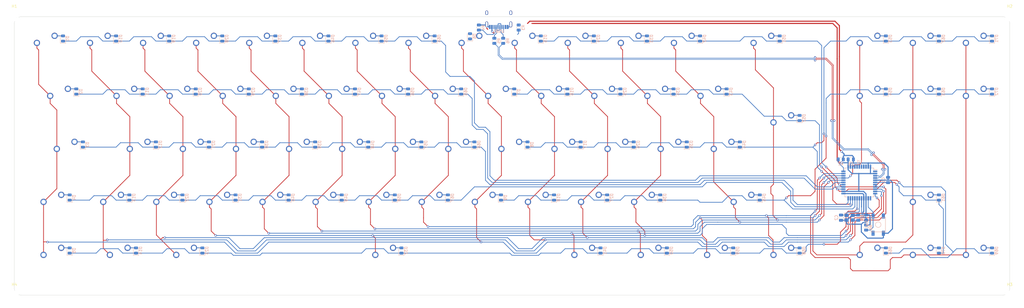
<source format=kicad_pcb>
(kicad_pcb (version 20211014) (generator pcbnew)
  (layers (0 "F.Cu" signal) (31 "B.Cu" signal) (34 "B.Paste" user) (35 "F.Paste" user) (36 "B.SilkS" user "B.Silkscreen") (37 "F.SilkS" user "F.Silkscreen") (38 "B.Mask" user) (39 "F.Mask" user) (44 "Edge.Cuts" user))
  (net 0 "")
  (net 1 "GND")
  (net 2 "UCAP")
  (net 3 "XTAL1")
  (net 4 "XTAL2")
  (net 5 "+5V")
  (net 6 "ROW0")
  (net 7 "Net-(D1-Pad2)")
  (net 8 "ROW2")
  (net 9 "Net-(D2-Pad2)")
  (net 10 "ROW4")
  (net 11 "Net-(D3-Pad2)")
  (net 12 "ROW6")
  (net 13 "Net-(D4-Pad2)")
  (net 14 "ROW8")
  (net 15 "Net-(D5-Pad2)")
  (net 16 "ROW1")
  (net 17 "Net-(D6-Pad2)")
  (net 18 "ROW3")
  (net 19 "Net-(D7-Pad2)")
  (net 20 "ROW5")
  (net 21 "Net-(D8-Pad2)")
  (net 22 "ROW7")
  (net 23 "Net-(D9-Pad2)")
  (net 24 "Net-(D10-Pad2)")
  (net 25 "Net-(D11-Pad2)")
  (net 26 "Net-(D12-Pad2)")
  (net 27 "Net-(D13-Pad2)")
  (net 28 "Net-(D14-Pad2)")
  (net 29 "Net-(D15-Pad2)")
  (net 30 "Net-(D16-Pad2)")
  (net 31 "Net-(D17-Pad2)")
  (net 32 "Net-(D18-Pad2)")
  (net 33 "Net-(D19-Pad2)")
  (net 34 "Net-(D20-Pad2)")
  (net 35 "Net-(D21-Pad2)")
  (net 36 "Net-(D22-Pad2)")
  (net 37 "Net-(D23-Pad2)")
  (net 38 "Net-(D24-Pad2)")
  (net 39 "Net-(D25-Pad2)")
  (net 40 "Net-(D26-Pad2)")
  (net 41 "Net-(D27-Pad2)")
  (net 42 "Net-(D28-Pad2)")
  (net 43 "Net-(D29-Pad2)")
  (net 44 "Net-(D30-Pad2)")
  (net 45 "Net-(D31-Pad2)")
  (net 46 "Net-(D32-Pad2)")
  (net 47 "Net-(D33-Pad2)")
  (net 48 "Net-(D34-Pad2)")
  (net 49 "Net-(D35-Pad2)")
  (net 50 "Net-(D36-Pad2)")
  (net 51 "Net-(D37-Pad2)")
  (net 52 "Net-(D38-Pad2)")
  (net 53 "Net-(D39-Pad2)")
  (net 54 "Net-(D40-Pad2)")
  (net 55 "Net-(D41-Pad2)")
  (net 56 "Net-(D42-Pad2)")
  (net 57 "Net-(D43-Pad2)")
  (net 58 "Net-(D44-Pad2)")
  (net 59 "Net-(D45-Pad2)")
  (net 60 "Net-(D46-Pad2)")
  (net 61 "Net-(D47-Pad2)")
  (net 62 "Net-(D48-Pad2)")
  (net 63 "Net-(D49-Pad2)")
  (net 64 "Net-(D50-Pad2)")
  (net 65 "Net-(D51-Pad2)")
  (net 66 "Net-(D52-Pad2)")
  (net 67 "Net-(D53-Pad2)")
  (net 68 "Net-(D54-Pad2)")
  (net 69 "Net-(D55-Pad2)")
  (net 70 "Net-(D56-Pad2)")
  (net 71 "Net-(D57-Pad2)")
  (net 72 "Net-(D58-Pad2)")
  (net 73 "Net-(D59-Pad2)")
  (net 74 "Net-(D60-Pad2)")
  (net 75 "Net-(D61-Pad2)")
  (net 76 "Net-(D62-Pad2)")
  (net 77 "Net-(D63-Pad2)")
  (net 78 "Net-(D64-Pad2)")
  (net 79 "Net-(D65-Pad2)")
  (net 80 "Net-(D66-Pad2)")
  (net 81 "Net-(D67-Pad2)")
  (net 82 "Net-(D68-Pad2)")
  (net 83 "Net-(D69-Pad2)")
  (net 84 "Net-(D70-Pad2)")
  (net 85 "Net-(D71-Pad2)")
  (net 86 "Net-(D72-Pad2)")
  (net 87 "COL4")
  (net 88 "COL1")
  (net 89 "COL3")
  (net 90 "COL2")
  (net 91 "COL5")
  (net 92 "COL6")
  (net 93 "COL7")
  (net 94 "COL0")
  (net 95 "RESET")
  (net 96 "HWB")
  (net 97 "Net-(R3-Pad1)")
  (net 98 "Net-(R4-Pad1)")
  (net 99 "D-")
  (net 100 "Net-(R5-Pad2)")
  (net 101 "D+")
  (net 102 "Net-(R6-Pad2)")
  (net 105 "RGB")
  (footprint "MX_Only:MXOnly-1U-NoLED" (layer "F.Cu") (at 364.33125 30.95625)
    (fp_text reference "KEY_PAGEUP1")
    (fp_text value "MX-NoLED")
  )
  (footprint "MX_Only:MXOnly-1U-NoLED" (layer "F.Cu") (at 230.98125 50.00625)
    (fp_text reference "KEY_P1")
    (fp_text value "MX-NoLED")
  )
  (footprint "MX_Only:MXOnly-1U-NoLED" (layer "F.Cu") (at 226.21875 88.10625)
    (fp_text reference "KEY_.1")
    (fp_text value "MX-NoLED")
  )
  (footprint "MX_Only:MXOnly-1U-NoLED" (layer "F.Cu") (at 211.93125 50.00625)
    (fp_text reference "KEY_O1")
    (fp_text value "MX-NoLED")
  )
  (footprint "MX_Only:MXOnly-1U-NoLED" (layer "F.Cu") (at 245.26875 88.10625)
    (fp_text reference "KEY_-1")
    (fp_text value "MX-NoLED")
  )
  (footprint "MX_Only:MXOnly-1U-NoLED" (layer "F.Cu") (at 73.81875 88.10625)
    (fp_text reference "KEY_Y1")
    (fp_text value "MX-NoLED")
  )
  (footprint "MX_Only:MXOnly-1U-NoLED" (layer "F.Cu") (at 121.44375 69.05625)
    (fp_text reference "KEY_F1")
    (fp_text value "MX-NoLED")
  )
  (footprint "MX_Only:MXOnly-1U-NoLED" (layer "F.Cu") (at 250.03125 50.00625)
    (fp_text reference "KEY_SPECIAL3")
    (fp_text value "MX-NoLED")
  )
  (footprint "MX_Only:MXOnly-1.25U-NoLED" (layer "F.Cu") (at 247.65 107.15625)
    (fp_text reference "KEY_FN1")
    (fp_text value "MX-NoLED")
  )
  (footprint "MX_Only:MXOnly-1.5U-NoLED" (layer "F.Cu") (at 35.71875 50.00625)
    (fp_text reference "KEY_TAB1")
    (fp_text value "MX-NoLED")
  )
  (footprint "MX_Only:MXOnly-1U-NoLED" (layer "F.Cu") (at 97.63125 50.00625)
    (fp_text reference "KEY_E1")
    (fp_text value "MX-NoLED")
  )
  (footprint "MX_Only:MXOnly-1U-NoLED" (layer "F.Cu") (at 221.45625 30.95625)
    (fp_text reference "KEY_0")
    (fp_text value "MX-NoLED")
  )
  (footprint "MX_Only:MXOnly-1U-NoLED" (layer "F.Cu") (at 116.68125 50.00625)
    (fp_text reference "KEY_R1")
    (fp_text value "MX-NoLED")
  )
  (footprint "MountingHole:MountingHole_3.2mm_M3_DIN965" (layer "F.Cu") (at 19.05 19.05)
    (fp_text reference "H1")
    (fp_text value "MountingHole")
  )
  (footprint "MX_Only:MXOnly-1U-NoLED" (layer "F.Cu") (at 169.06875 88.10625)
    (fp_text reference "KEY_N1")
    (fp_text value "MX-NoLED")
  )
  (footprint "MX_Only:MXOnly-1U-NoLED" (layer "F.Cu") (at 202.40625 30.95625)
    (fp_text reference "KEY_9")
    (fp_text value "MX-NoLED")
  )
  (footprint "MX_Only:MXOnly-1U-NoLED" (layer "F.Cu") (at 197.64375 69.05625)
    (fp_text reference "KEY_K1")
    (fp_text value "MX-NoLED")
  )
  (footprint "MX_Only:MXOnly-1U-NoLED" (layer "F.Cu") (at 207.16875 88.10625)
    (fp_text reference "KEY_,1")
    (fp_text value "MX-NoLED")
  )
  (footprint "MountingHole:MountingHole_3.2mm_M3_DIN965" (layer "F.Cu") (at 19.05 119.0625)
    (fp_text reference "H4")
    (fp_text value "MountingHole")
  )
  (footprint "MX_Only:MXOnly-1U-NoLED" (layer "F.Cu") (at 150.01875 88.10625)
    (fp_text reference "KEY_B1")
    (fp_text value "MX-NoLED")
  )
  (footprint "MX_Only:MXOnly-1U-NoLED" (layer "F.Cu") (at 92.86875 88.10625)
    (fp_text reference "KEY_X1")
    (fp_text value "MX-NoLED")
  )
  (footprint "MX_Only:MXOnly-1U-NoLED" (layer "F.Cu") (at 126.20625 30.95625)
    (fp_text reference "KEY_5")
    (fp_text value "MX-NoLED")
  )
  (footprint "MX_Only:MXOnly-1U-NoLED" (layer "F.Cu") (at 326.23125 30.95625)
    (fp_text reference "KEY_INSERT1")
    (fp_text value "MX-NoLED")
  )
  (footprint "MX_Only:MXOnly-1U-NoLED" (layer "F.Cu") (at 235.74375 69.05625)
    (fp_text reference "KEY_SPECIAL4")
    (fp_text value "MX-NoLED")
  )
  (footprint "MX_Only:MXOnly-6.25U-NoLED" (layer "F.Cu") (at 152.4 107.15625)
    (fp_text reference "KEY_SPACE1")
    (fp_text value "MX-NoLED")
  )
  (footprint "MX_Only:MXOnly-1U-NoLED" (layer "F.Cu") (at 183.35625 30.95625)
    (fp_text reference "KEY_8")
    (fp_text value "MX-NoLED")
  )
  (footprint "MX_Only:MXOnly-1U-NoLED" (layer "F.Cu") (at 254.79375 69.05625)
    (fp_text reference "KEY_SPECIAL5")
    (fp_text value "MX-NoLED")
  )
  (footprint "MX_Only:MXOnly-1U-NoLED" (layer "F.Cu") (at 269.08125 50.00625)
    (fp_text reference "KEY_+1")
    (fp_text value "MX-NoLED")
  )
  (footprint "MountingHole:MountingHole_3.2mm_M3_DIN965" (layer "F.Cu") (at 376.2375 119.0625)
    (fp_text reference "H3")
    (fp_text value "MountingHole")
  )
  (footprint "MX_Only:MXOnly-1U-NoLED" (layer "F.Cu") (at 364.33125 107.15625)
    (fp_text reference "KEY_RIGHT1")
    (fp_text value "MX-NoLED")
  )
  (footprint "MX_Only:MXOnly-1.75U-NoLED" (layer "F.Cu") (at 38.1 69.05625)
    (fp_text reference "KEY_CAPS1")
    (fp_text value "MX-NoLED")
  )
  (footprint "MX_Only:MXOnly-1U-NoLED" (layer "F.Cu") (at 326.23125 107.15625)
    (fp_text reference "KEY_LEFT1")
    (fp_text value "MX-NoLED")
  )
  (footprint "MX_Only:MXOnly-1U-NoLED" (layer "F.Cu") (at 50.00625 30.95625)
    (fp_text reference "KEY_1")
    (fp_text value "MX-NoLED")
  )
  (footprint "MX_Only:MXOnly-1.25U-NoLED" (layer "F.Cu") (at 57.15 107.15625)
    (fp_text reference "KEY_WIN1")
    (fp_text value "MX-NoLED")
  )
  (footprint "MX_Only:MXOnly-1U-NoLED" (layer "F.Cu") (at 140.49375 69.05625)
    (fp_text reference "KEY_G1")
    (fp_text value "MX-NoLED")
  )
  (footprint "MX_Only:MXOnly-2U-NoLED" (layer "F.Cu") (at 288.13125 30.95625)
    (fp_text reference "KEY_BACKSPACE1")
    (fp_text value "MX-NoLED")
  )
  (footprint "MX_Only:MXOnly-1U-NoLED" (layer "F.Cu") (at 192.88125 50.00625)
    (fp_text reference "KEY_I1")
    (fp_text value "MX-NoLED")
  )
  (footprint "MX_Only:MXOnly-1U-NoLED" (layer "F.Cu") (at 326.23125 50.00625)
    (fp_text reference "KEY_DELETE1")
    (fp_text value "MX-NoLED")
  )
  (footprint "MX_Only:MXOnly-1U-NoLED" (layer "F.Cu") (at 188.11875 88.10625)
    (fp_text reference "KEY_M1")
    (fp_text value "MX-NoLED")
  )
  (footprint "MX_Only:MXOnly-1U-NoLED" (layer "F.Cu") (at 64.29375 69.05625)
    (fp_text reference "KEY_A1")
    (fp_text value "MX-NoLED")
  )
  (footprint "MX_Only:MXOnly-1U-NoLED" (layer "F.Cu") (at 178.59375 69.05625)
    (fp_text reference "KEY_J1")
    (fp_text value "MX-NoLED")
  )
  (footprint "MX_Only:MXOnly-1U-NoLED" (layer "F.Cu") (at 111.91875 88.10625)
    (fp_text reference "KEY_C1")
    (fp_text value "MX-NoLED")
  )
  (footprint "MX_Only:MXOnly-1.25U-NoLED" (layer "F.Cu") (at 33.3375 107.15625)
    (fp_text reference "KEY_LCTRL1")
    (fp_text value "MX-NoLED")
  )
  (footprint "MX_Only:MXOnly-1U-NoLED" (layer "F.Cu") (at 69.05625 30.95625)
    (fp_text reference "KEY_2")
    (fp_text value "MX-NoLED")
  )
  (footprint "MX_Only:MXOnly-1U-NoLED" (layer "F.Cu") (at 78.58125 50.00625)
    (fp_text reference "KEY_W1")
    (fp_text value "MX-NoLED")
  )
  (footprint "MX_Only:MXOnly-1U-NoLED" (layer "F.Cu") (at 107.15625 30.95625)
    (fp_text reference "KEY_4")
    (fp_text value "MX-NoLED")
  )
  (footprint "MX_Only:MXOnly-1U-NoLED" (layer "F.Cu") (at 273.84375 69.05625)
    (fp_text reference "KEY_#1")
    (fp_text value "MX-NoLED")
  )
  (footprint "MX_Only:MXOnly-1U-NoLED" (layer "F.Cu") (at 345.28125 30.95625)
    (fp_text reference "KEY_POS1")
    (fp_text value "MX-NoLED")
  )
  (footprint "MX_Only:MXOnly-1.25U-NoLED" (layer "F.Cu") (at 223.8375 107.15625)
    (fp_text reference "KEY_ALTGR1")
    (fp_text value "MX-NoLED")
  )
  (footprint "MX_Only:MXOnly-1U-NoLED" (layer "F.Cu") (at 164.30625 30.95625)
    (fp_text reference "KEY_7")
    (fp_text value "MX-NoLED")
  )
  (footprint "MX_Only:MXOnly-1U-NoLED" (layer "F.Cu") (at 54.76875 88.10625)
    (fp_text reference "KEY_<1")
    (fp_text value "MX-NoLED")
  )
  (footprint "MX_Only:MXOnly-1U-NoLED" (layer "F.Cu") (at 88.10625 30.95625)
    (fp_text reference "KEY_3")
    (fp_text value "MX-NoLED")
  )
  (footprint "MX_Only:MXOnly-1U-NoLED" (layer "F.Cu") (at 83.34375 69.05625)
    (fp_text reference "KEY_S1")
    (fp_text value "MX-NoLED")
  )
  (footprint "MX_Only:MXOnly-1U-NoLED" (layer "F.Cu") (at 102.39375 69.05625)
    (fp_text reference "KEY_D1")
    (fp_text value "MX-NoLED")
  )
  (footprint "MX_Only:MXOnly-1U-NoLED" (layer "F.Cu") (at 240.50625 30.95625)
    (fp_text reference "KEY_SPECIAL1")
    (fp_text value "MX-NoLED")
  )
  (footprint "MountingHole:MountingHole_3.2mm_M3_DIN965" (layer "F.Cu") (at 376.2375 19.05)
    (fp_text reference "H2")
    (fp_text value "MountingHole")
  )
  (footprint "MX_Only:MXOnly-1U-NoLED" (layer "F.Cu") (at 145.25625 30.95625)
    (fp_text reference "KEY_6")
    (fp_text value "MX-NoLED")
  )
  (footprint "MX_Only:MXOnly-1.25U-NoLED" (layer "F.Cu") (at 271.4625 107.15625)
    (fp_text reference "KEY_MENU1")
    (fp_text value "MX-NoLED")
  )
  (footprint "MX_Only:MXOnly-1U-NoLED" (layer "F.Cu") (at 216.69375 69.05625)
    (fp_text reference "KEY_L1")
    (fp_text value "MX-NoLED")
  )
  (footprint "MX_Only:MXOnly-ISO-NoLED" (layer "F.Cu") (at 295.275 59.53125)
    (fp_text reference "KEY_ENTER1")
    (fp_text value "MX-NoLED")
  )
  (footprint "MX_Only:MXOnly-1U-NoLED" (layer "F.Cu") (at 130.96875 88.10625)
    (fp_text reference "KEY_V1")
    (fp_text value "MX-NoLED")
  )
  (footprint "MX_Only:MXOnly-1.25U-NoLED" (layer "F.Cu") (at 33.3375 88.10625)
    (fp_text reference "KEY_LSHIFT1")
    (fp_text value "MX-NoLED")
  )
  (footprint "MX_Only:MXOnly-1U-NoLED" (layer "F.Cu") (at 364.33125 50.00625)
    (fp_text reference "KEY_PAGEDOWN1")
    (fp_text value "MX-NoLED")
  )
  (footprint "MX_Only:MXOnly-1U-NoLED" (layer "F.Cu") (at 345.28125 88.10625)
    (fp_text reference "KEY_UP1")
    (fp_text value "MX-NoLED")
  )
  (footprint "MX_Only:MXOnly-1U-NoLED" (layer "F.Cu") (at 173.83125 50.00625)
    (fp_text reference "KEY_U1")
    (fp_text value "MX-NoLED")
  )
  (footprint "MX_Only:MXOnly-1U-NoLED" (layer "F.Cu") (at 59.53125 50.00625)
    (fp_text reference "KEY_Q1")
    (fp_text value "MX-NoLED")
  )
  (footprint "MX_Only:MXOnly-1U-NoLED" (layer "F.Cu") (at 345.28125 50.00625)
    (fp_text reference "KEY_END1")
    (fp_text value "MX-NoLED")
  )
  (footprint "MX_Only:MXOnly-1.25U-NoLED" (layer "F.Cu") (at 295.275 107.15625)
    (fp_text reference "KEY_RCTRL1")
    (fp_text value "MX-NoLED")
  )
  (footprint "MX_Only:MXOnly-1U-NoLED" (layer "F.Cu") (at 159.54375 69.05625)
    (fp_text reference "KEY_H1")
    (fp_text value "MX-NoLED")
  )
  (footprint "MX_Only:MXOnly-1U-NoLED" (layer "F.Cu") (at 154.78125 50.00625)
    (fp_text reference "KEY_Z1")
    (fp_text value "MX-NoLED")
  )
  (footprint "MX_Only:MXOnly-1U-NoLED" (layer "F.Cu") (at 345.28125 107.15625)
    (fp_text reference "KEY_DOWN1")
    (fp_text value "MX-NoLED")
  )
  (footprint "MX_Only:MXOnly-1U-NoLED" (layer "F.Cu") (at 30.95625 30.95625)
    (fp_text reference "KEY_ESC1")
    (fp_text value "MX-NoLED")
  )
  (footprint "MX_Only:MXOnly-1.25U-NoLED" (layer "F.Cu") (at 80.9625 107.15625)
    (fp_text reference "KEY_LALT1")
    (fp_text value "MX-NoLED")
  )
  (footprint "MX_Only:MXOnly-1U-NoLED" (layer "F.Cu") (at 259.55625 30.95625)
    (fp_text reference "KEY_SPECIAL2")
    (fp_text value "MX-NoLED")
  )
  (footprint "MX_Only:MXOnly-2.75U-NoLED" (layer "F.Cu") (at 280.9875 88.10625)
    (fp_text reference "KEY_RSHIFT1")
    (fp_text value "MX-NoLED")
  )
  (footprint "MX_Only:MXOnly-1U-NoLED" (layer "F.Cu") (at 135.73125 50.00625)
    (fp_text reference "KEY_T1")
    (fp_text value "MX-NoLED")
  )
  (footprint "Diode_SMD:D_0805_2012Metric" (layer "B.Cu") (at 174.625 83.99375 90)
    (fp_text reference "D67")
    (fp_text value "D_Small")
  )
  (footprint "Diode_SMD:D_0805_2012Metric" (layer "B.Cu") (at 131.7625 26.84375 90)
    (fp_text reference "D46")
    (fp_text value "D_Small")
  )
  (footprint "Diode_SMD:D_0805_2012Metric" (layer "B.Cu") (at 250.825 83.99375 90)
    (fp_text reference "D36")
    (fp_text value "D_Small")
  )
  (footprint "Diode_SMD:D_0805_2012Metric" (layer "B.Cu") (at 279.4 64.94375 90)
    (fp_text reference "D44")
    (fp_text value "D_Small")
  )
  (footprint "Diode_SMD:D_0805_2012Metric" (layer "B.Cu") (at 65.0875 45.89375 90)
    (fp_text reference "D11")
    (fp_text value "D_Small")
  )
  (footprint "Diode_SMD:D_0805_2012Metric" (layer "B.Cu") (at 277.01875 103.04375 90)
    (fp_text reference "D59")
    (fp_text value "D_Small")
  )
  (footprint "Diode_SMD:D_0805_2012Metric" (layer "B.Cu") (at 231.775 83.99375 90)
    (fp_text reference "D27")
    (fp_text value "D_Small")
  )
  (footprint "Diode_SMD:D_0805_2012Metric" (layer "B.Cu") (at 369.8875 26.84375 90)
    (fp_text reference "D71")
    (fp_text value "D_Small")
  )
  (footprint "Diode_SMD:D_0805_2012Metric" (layer "B.Cu") (at 60.325 83.99375 90)
    (fp_text reference "D13")
    (fp_text value "D_Small")
  )
  (footprint "Diode_SMD:D_0805_2012Metric" (layer "B.Cu") (at 136.525 83.99375 90)
    (fp_text reference "D49")
    (fp_text value "D_Small")
  )
  (footprint "Diode_SMD:D_0805_2012Metric" (layer "B.Cu") (at 331.7875 103.04375 90)
    (fp_text reference "D60")
    (fp_text value "D_Small")
  )
  (footprint "random_keyboard_parts:SKQG-1155865" (layer "B.Cu") (at 329.05 93.7375 90)
    (fp_text reference "SW1")
    (fp_text value "SW_Push")
  )
  (footprint "Capacitor_SMD:C_0805_2012Metric" (layer "B.Cu") (at 332.58125 77.7 -90)
    (fp_text reference "C1")
    (fp_text value "1u")
  )
  (footprint "Diode_SMD:D_0805_2012Metric" (layer "B.Cu") (at 43.65625 64.94375 90)
    (fp_text reference "D3")
    (fp_text value "D_Small")
  )
  (footprint "Diode_SMD:D_0805_2012Metric" (layer "B.Cu") (at 38.89375 103.04375 90)
    (fp_text reference "D5")
    (fp_text value "D_Small")
  )
  (footprint "Diode_SMD:D_0805_2012Metric" (layer "B.Cu") (at 150.8125 26.84375 90)
    (fp_text reference "D55")
    (fp_text value "D_Small")
  )
  (footprint "Resistor_SMD:R_0805_2012Metric" (layer "B.Cu") (at 194.46875 27.6625 90)
    (fp_text reference "R6")
    (fp_text value "22R")
  )
  (footprint "Diode_SMD:D_0805_2012Metric" (layer "B.Cu") (at 350.8375 26.84375 90)
    (fp_text reference "D62")
    (fp_text value "D_Small")
  )
  (footprint "Package_QFP:TQFP-44_10x10mm_P0.8mm" (layer "B.Cu") (at 322.2625 78.58125 180)
    (fp_text reference "U1")
    (fp_text value "ATmega32U4-A")
  )
  (footprint "Diode_SMD:D_0805_2012Metric" (layer "B.Cu") (at 160.3375 45.89375 90)
    (fp_text reference "D56")
    (fp_text value "D_Small")
  )
  (footprint "Diode_SMD:D_0805_2012Metric" (layer "B.Cu") (at 274.6375 45.89375 90)
    (fp_text reference "D43")
    (fp_text value "D_Small")
  )
  (footprint "Resistor_SMD:R_0805_2012Metric" (layer "B.Cu") (at 200.025 22.9 90)
    (fp_text reference "R3")
    (fp_text value "5k1")
  )
  (footprint "Diode_SMD:D_0805_2012Metric" (layer "B.Cu") (at 300.83125 103.04375 90)
    (fp_text reference "D68")
    (fp_text value "D_Small")
  )
  (footprint "Diode_SMD:D_0805_2012Metric" (layer "B.Cu") (at 157.95625 103.04375 90)
    (fp_text reference "D32")
    (fp_text value "D_Small")
  )
  (footprint "Diode_SMD:D_0805_2012Metric" (layer "B.Cu") (at 79.375 83.99375 90)
    (fp_text reference "D22")
    (fp_text value "D_Small")
  )
  (footprint "Diode_SMD:D_0805_2012Metric" (layer "B.Cu") (at 300.83125 55.41875 90)
    (fp_text reference "D52")
    (fp_text value "D_Small")
  )
  (footprint "Diode_SMD:D_0805_2012Metric" (layer "B.Cu") (at 369.8875 45.89375 90)
    (fp_text reference "D72")
    (fp_text value "D_Small")
  )
  (footprint "Diode_SMD:D_0805_2012Metric" (layer "B.Cu") (at 260.35 64.94375 90)
    (fp_text reference "D35")
    (fp_text value "D_Small")
  )
  (footprint "Diode_SMD:D_0805_2012Metric" (layer "B.Cu") (at 141.2875 45.89375 90)
    (fp_text reference "D47")
    (fp_text value "D_Small")
  )
  (footprint "Diode_SMD:D_0805_2012Metric" (layer "B.Cu") (at 286.54375 83.99375 90)
    (fp_text reference "D45")
    (fp_text value "D_Small")
  )
  (footprint "Diode_SMD:D_0805_2012Metric" (layer "B.Cu") (at 265.1125 26.84375 90)
    (fp_text reference "D42")
    (fp_text value "D_Small")
  )
  (footprint "Type_C:HRO-TYPE-C-31-M-12" (layer "B.Cu") (at 192.88125 15)
    (fp_text reference "USB1")
    (fp_text value "HRO-TYPE-C-31-M-12")
  )
  (footprint "Diode_SMD:D_0805_2012Metric" (layer "B.Cu") (at 36.5125 26.84375 90)
    (fp_text reference "D1")
    (fp_text value "D_Small")
  )
  (footprint "Diode_SMD:D_0805_2012Metric" (layer "B.Cu") (at 222.25 64.94375 90)
    (fp_text reference "D17")
    (fp_text value "D_Small")
  )
  (footprint "Diode_SMD:D_0805_2012Metric" (layer "B.Cu") (at 155.575 83.99375 90)
    (fp_text reference "D58")
    (fp_text value "D_Small")
  )
  (footprint "Diode_SMD:D_0805_2012Metric" (layer "B.Cu") (at 227.0125 26.84375 90)
    (fp_text reference "D24")
    (fp_text value "D_Small")
  )
  (footprint "Diode_SMD:D_0805_2012Metric" (layer "B.Cu") (at 350.8375 45.89375 90)
    (fp_text reference "D63")
    (fp_text value "D_Small")
  )
  (footprint "Diode_SMD:D_0805_2012Metric" (layer "B.Cu") (at 198.4375 45.89375 90)
    (fp_text reference "D7")
    (fp_text value "D_Small")
  )
  (footprint "Diode_SMD:D_0805_2012Metric" (layer "B.Cu") (at 84.1375 45.89375 90)
    (fp_text reference "D20")
    (fp_text value "D_Small")
  )
  (footprint "Diode_SMD:D_0805_2012Metric" (layer "B.Cu") (at 253.20625 103.04375 90)
    (fp_text reference "D50")
    (fp_text value "D_Small")
  )
  (footprint "Diode_SMD:D_0805_2012Metric" (layer "B.Cu") (at 62.70625 103.04375 90)
    (fp_text reference "D14")
    (fp_text value "D_Small")
  )
  (footprint "Diode_SMD:D_0805_2012Metric" (layer "B.Cu") (at 350.8375 103.04375 90)
    (fp_text reference "D70")
    (fp_text value "D_Small")
  )
  (footprint "Diode_SMD:D_0805_2012Metric" (layer "B.Cu") (at 246.0625 26.84375 90)
    (fp_text reference "D33")
    (fp_text value "D_Small")
  )
  (footprint "Diode_SMD:D_0805_2012Metric" (layer "B.Cu") (at 165.1 64.94375 90)
    (fp_text reference "D57")
    (fp_text value "D_Small")
  )
  (footprint "Diode_SMD:D_0805_2012Metric" (layer "B.Cu") (at 127 64.94375 90)
    (fp_text reference "D39")
    (fp_text value "D_Small")
  )
  (footprint "Diode_SMD:D_0805_2012Metric" (layer "B.Cu") (at 169.8625 26.84375 90)
    (fp_text reference "D64")
    (fp_text value "D_Small")
  )
  (footprint "Diode_SMD:D_0805_2012Metric" (layer "B.Cu") (at 331.7875 26.84375 90)
    (fp_text reference "D53")
    (fp_text value "D_Small")
  )
  (footprint "Diode_SMD:D_0805_2012Metric" (layer "B.Cu") (at 112.7125 26.84375 90)
    (fp_text reference "D37")
    (fp_text value "D_Small")
  )
  (footprint "Diode_SMD:D_0805_2012Metric" (layer "B.Cu") (at 93.6625 26.84375 90)
    (fp_text reference "D28")
    (fp_text value "D_Small")
  )
  (footprint "Diode_SMD:D_0805_2012Metric" (layer "B.Cu") (at 207.9625 26.84375 90)
    (fp_text reference "D15")
    (fp_text value "D_Small")
  )
  (footprint "Resistor_SMD:R_0805_2012Metric" (layer "B.Cu") (at 185.7375 22.9 90)
    (fp_text reference "R4")
    (fp_text value "5k1")
  )
  (footprint "Resistor_SMD:R_0805_2012Metric" (layer "B.Cu") (at 315.6 70.3)
    (fp_text reference "R2")
    (fp_text value "10k")
  )
  (footprint "Diode_SMD:D_0805_2012Metric" (layer "B.Cu") (at 229.39375 103.04375 90)
    (fp_text reference "D41")
    (fp_text value "D_Small")
  )
  (footprint "Crystal:Crystal_SMD_3225-4Pin_3.2x2.5mm" (layer "B.Cu") (at 318.8 91.2375)
    (fp_text reference "Y1")
    (fp_text value "Crystal_GND24_Small")
  )
  (footprint "Diode_SMD:D_0805_2012Metric" (layer "B.Cu") (at 88.9 64.94375 90)
    (fp_text reference "D21")
    (fp_text value "D_Small")
  )
  (footprint "Capacitor_SMD:C_0805_2012Metric" (layer "B.Cu") (at 321.9 91.2375 90)
    (fp_text reference "C3")
    (fp_text value "22p")
  )
  (footprint "Diode_SMD:D_0805_2012Metric" (layer "B.Cu") (at 255.5875 45.89375 90)
    (fp_text reference "D34")
    (fp_text value "D_Small")
  )
  (footprint "Capacitor_SMD:C_0805_2012Metric" (layer "B.Cu") (at 324.7 91.1875 -90)
    (fp_text reference "C4")
    (fp_text value "10u")
  )
  (footprint "Diode_SMD:D_0805_2012Metric" (layer "B.Cu") (at 98.425 83.99375 90)
    (fp_text reference "D31")
    (fp_text value "D_Small")
  )
  (footprint "Diode_SMD:D_0805_2012Metric" (layer "B.Cu") (at 122.2375 45.89375 90)
    (fp_text reference "D38")
    (fp_text value "D_Small")
  )
  (footprint "Resistor_SMD:R_0805_2012Metric" (layer "B.Cu") (at 324.7 94.7875 90)
    (fp_text reference "R1")
    (fp_text value "10k")
  )
  (footprint "Diode_SMD:D_0805_2012Metric" (layer "B.Cu") (at 86.51875 103.04375 90)
    (fp_text reference "D23")
    (fp_text value "D_Small")
  )
  (footprint "Diode_SMD:D_0805_2012Metric" (layer "B.Cu") (at 103.1875 45.89375 90)
    (fp_text reference "D29")
    (fp_text value "D_Small")
  )
  (footprint "Diode_SMD:D_0805_2012Metric" (layer "B.Cu") (at 217.4875 45.89375 90)
    (fp_text reference "D16")
    (fp_text value "D_Small")
  )
  (footprint "Diode_SMD:D_0805_2012Metric" (layer "B.Cu") (at 74.6125 26.84375 90)
    (fp_text reference "D19")
    (fp_text value "D_Small")
  )
  (footprint "Diode_SMD:D_0805_2012Metric" (layer "B.Cu") (at 41.275 45.89375 90)
    (fp_text reference "D2")
    (fp_text value "D_Small")
  )
  (footprint "Diode_SMD:D_0805_2012Metric" (layer "B.Cu") (at 69.85 64.94375 90)
    (fp_text reference "D12")
    (fp_text value "D_Small")
  )
  (footprint "Diode_SMD:D_0805_2012Metric" (layer "B.Cu") (at 55.5625 26.84375 90)
    (fp_text reference "D10")
    (fp_text value "D_Small")
  )
  (footprint "Diode_SMD:D_0805_2012Metric" (layer "B.Cu") (at 241.3 64.94375 90)
    (fp_text reference "D26")
    (fp_text value "D_Small")
  )
  (footprint "Diode_SMD:D_0805_2012Metric" (layer "B.Cu") (at 193.675 83.99375 90)
    (fp_text reference "D9")
    (fp_text value "D_Small")
  )
  (footprint "Capacitor_SMD:C_0805_2012Metric" (layer "B.Cu") (at 319.2 70.3)
    (fp_text reference "C5")
    (fp_text value "0.1u")
  )
  (footprint "Diode_SMD:D_0805_2012Metric" (layer "B.Cu") (at 236.5375 45.89375 90)
    (fp_text reference "D25")
    (fp_text value "D_Small")
  )
  (footprint "Diode_SMD:D_0805_2012Metric" (layer "B.Cu") (at 331.7875 45.89375 90)
    (fp_text reference "D54")
    (fp_text value "D_Small")
  )
  (footprint "Diode_SMD:D_0805_2012Metric" (layer "B.Cu") (at 350.8375 83.99375 90)
    (fp_text reference "D61")
    (fp_text value "D_Small")
  )
  (footprint "Diode_SMD:D_0805_2012Metric" (layer "B.Cu") (at 146.05 64.94375 90)
    (fp_text reference "D48")
    (fp_text value "D_Small")
  )
  (footprint "Diode_SMD:D_0805_2012Metric" (layer "B.Cu") (at 182.5625 26.05 90)
    (fp_text reference "D6")
    (fp_text value "D_Small")
  )
  (footprint "Diode_SMD:D_0805_2012Metric" (layer "B.Cu") (at 107.95 64.94375 90)
    (fp_text reference "D30")
    (fp_text value "D_Small")
  )
  (footprint "Capacitor_SMD:C_0805_2012Metric" (layer "B.Cu") (at 315.7 91.2375 -90)
    (fp_text reference "C2")
    (fp_text value "22p")
  )
  (footprint "Diode_SMD:D_0805_2012Metric" (layer "B.Cu") (at 293.6875 26.84375 90)
    (fp_text reference "D51")
    (fp_text value "D_Small")
  )
  (footprint "Diode_SMD:D_0805_2012Metric" (layer "B.Cu") (at 369.8875 103.04375 90)
    (fp_text reference "D69")
    (fp_text value "D_Small")
  )
  (footprint "Diode_SMD:D_0805_2012Metric" (layer "B.Cu") (at 117.475 83.99375 90)
    (fp_text reference "D40")
    (fp_text value "D_Small")
  )
  (footprint "Diode_SMD:D_0805_2012Metric" (layer "B.Cu") (at 184.15 64.94375 90)
    (fp_text reference "D66")
    (fp_text value "D_Small")
  )
  (footprint "Diode_SMD:D_0805_2012Metric" (layer "B.Cu") (at 38.89375 83.99375 90)
    (fp_text reference "D4")
    (fp_text value "D_Small")
  )
  (footprint "Diode_SMD:D_0805_2012Metric" (layer "B.Cu") (at 203.2 64.94375 90)
    (fp_text reference "D8")
    (fp_text value "D_Small")
  )
  (footprint "Resistor_SMD:R_0805_2012Metric" (layer "B.Cu") (at 191.29375 27.6625 90)
    (fp_text reference "R5")
    (fp_text value "22R")
  )
  (footprint "Diode_SMD:D_0805_2012Metric" (layer "B.Cu") (at 179.3875 45.89375 90)
    (fp_text reference "D65")
    (fp_text value "D_Small")
  )
  (footprint "Diode_SMD:D_0805_2012Metric" (layer "B.Cu") (at 212.725 83.99375 90)
    (fp_text reference "D18")
    (fp_text value "D_Small")
  )
  (gr_line (start 19.05 116.68125) (end 19.05 21.43125) (layer "Edge.Cuts") (width 0.1))
  (gr_arc (start 19.05 21.43125) (mid 19.747452 19.747452) (end 21.43125 19.05) (layer "Edge.Cuts") (width 0.1))
  (gr_arc (start 21.43125 119.0625) (mid 19.747452 118.365048) (end 19.05 116.68125) (layer "Edge.Cuts") (width 0.1))
  (gr_line (start 21.43125 19.05) (end 373.85625 19.05) (layer "Edge.Cuts") (width 0.1))
  (gr_arc (start 373.85625 19.05) (mid 375.540048 19.747452) (end 376.2375 21.43125) (layer "Edge.Cuts") (width 0.1))
  (gr_arc (start 376.2375 116.68125) (mid 375.540048 118.365048) (end 373.85625 119.0625) (layer "Edge.Cuts") (width 0.1))
  (gr_line (start 373.85625 119.0625) (end 21.43125 119.0625) (layer "Edge.Cuts") (width 0.1))
  (gr_line (start 376.2375 21.43125) (end 376.2375 116.68125) (layer "Edge.Cuts") (width 0.1))
  (segment (start 313.53125 20.6375) (end 203.99375 20.6375) (width 0.38) (layer "F.Cu") (net 1))
  (segment (start 188.9 23.5) (end 188.56125 23.16125) (width 0.38) (layer "F.Cu") (net 1))
  (segment (start 315.11875 66.675) (end 315.11875 33.3375) (width 0.38) (layer "F.Cu") (net 1))
  (segment (start 315.11875 22.225) (end 313.53125 20.6375) (width 0.38) (layer "F.Cu") (net 1))
  (segment (start 315.9125 67.46875) (end 315.11875 66.675) (width 0.38) (layer "F.Cu") (net 1))
  (segment (start 203.99375 20.6375) (end 203.2 21.43125) (width 0.38) (layer "F.Cu") (net 1))
  (segment (start 315.11875 33.3375) (end 315.11875 22.225) (width 0.38) (layer "F.Cu") (net 1))
  (via (at 315.9125 67.46875) (size 0.8) (drill 0.4) (layers "F.Cu" "B.Cu") (net 1))
  (segment (start 325.4625 71.6375) (end 325.4625 72.88125) (width 0.38) (layer "B.Cu") (net 1))
  (segment (start 320.15 69.35) (end 320.15 70.3) (width 0.38) (layer "B.Cu") (net 1))
  (segment (start 323.8625 82.9625) (end 323.8625 84.28125) (width 0.38) (layer "B.Cu") (net 1))
  (segment (start 330.9 96.8375) (end 330.9 98.3875) (width 0.38) (layer "B.Cu") (net 1))
  (segment (start 316.5625 82.58125) (end 323.48125 82.58125) (width 0.38) (layer "B.Cu") (net 1))
  (segment (start 324.7 91.2875) (end 324.7 92.1375) (width 0.38) (layer "B.Cu") (net 1))
  (segment (start 316.8 68.9) (end 316.8 68.35625) (width 0.38) (layer "B.Cu") (net 1))
  (segment (start 317.7 93.2875) (end 317.7 92.0875) (width 0.38) (layer "B.Cu") (net 1))
  (segment (start 319.0625 71.75125) (end 319.21375 71.6) (width 0.38) (layer "B.Cu") (net 1))
  (segment (start 319.6 90.3875) (end 317.9 92.0875) (width 0.38) (layer "B.Cu") (net 1))
  (segment (start 325.2 98.5875) (end 323 96.3875) (width 0.38) (layer "B.Cu") (net 1))
  (segment (start 323.57702 89.2875) (end 323.57702 90.91048) (width 0.38) (layer "B.Cu") (net 1))
  (segment (start 315.7 92.1875) (end 317.6 92.1875) (width 0.38) (layer "B.Cu") (net 1))
  (segment (start 196.11125 22.7) (end 196.6 22.7) (width 0.38) (layer "B.Cu") (net 1))
  (segment (start 316.8 68.35625) (end 316.70625 68.2625) (width 0.38) (layer "B.Cu") (net 1))
  (segment (start 325.5 71.6) (end 325.4625 71.6375) (width 0.38) (layer "B.Cu") (net 1))
  (segment (start 321.9 90.2875) (end 320 90.2875) (width 0.38) (layer "B.Cu") (net 1))
  (segment (start 332.58125 76.75) (end 332.58125 77.73346) (width 0.38) (layer "B.Cu") (net 1))
  (segment (start 323 93.5875) (end 318 93.5875) (width 0.38) (layer "B.Cu") (net 1))
  (segment (start 331.15625 71.6) (end 332.58125 73.025) (width 0.38) (layer "B.Cu") (net 1))
  (segment (start 323.79356 91.12702) (end 324.53952 91.12702) (width 0.38) (layer "B.Cu") (net 1))
  (segment (start 334.16875 78.58125) (end 333.34798 77.76048) (width 0.38) (layer "B.Cu") (net 1))
  (segment (start 319.7 68.9) (end 320.15 69.35) (width 0.38) (layer "B.Cu") (net 1))
  (segment (start 323.57702 90.91048) (end 323.79356 91.12702) (width 0.38) (layer "B.Cu") (net 1))
  (segment (start 327.98327 77.76048) (end 330.76048 77.76048) (width 0.38) (layer "B.Cu") (net 1))
  (segment (start 320.1 71.6) (end 320.1 70.35) (width 0.38) (layer "B.Cu") (net 1))
  (segment (start 325.5 71.6) (end 331.15625 71.6) (width 0.38) (layer "B.Cu") (net 1))
  (segment (start 324.51452 92.97298) (end 323.61452 92.97298) (width 0.38) (layer "B.Cu") (net 1))
  (segment (start 323.8625 84.28125) (end 323.8625 89.00202) (width 0.38) (layer "B.Cu") (net 1))
  (segment (start 319.0625 72.88125) (end 319.0625 71.75125) (width 0.38) (layer "B.Cu") (net 1))
  (segment (start 320.1 71.6) (end 319.21375 71.6) (width 0.38) (layer "B.Cu") (net 1))
  (segment (start 319.9 90.3875) (end 319.6 90.3875) (width 0.38) (layer "B.Cu") (net 1))
  (segment (start 317.6 92.1875) (end 317.7 92.0875) (width 0.38) (layer "B.Cu") (net 1))
  (segment (start 332.58125 73.025) (end 332.58125 76.75) (width 0.38) (layer "B.Cu") (net 1))
  (segment (start 316.70625 68.2625) (end 315.9125 67.46875) (width 0.38) (layer "B.Cu") (net 1))
  (segment (start 316.8 68.9) (end 319.7 68.9) (width 0.38) (layer "B.Cu") (net 1))
  (segment (start 334.16875 95.25) (end 334.16875 78.58125) (width 0.38) (layer "B.Cu") (net 1))
  (segment (start 324.7 92.1375) (end 324.7 92.7875) (width 0.38) (layer "B.Cu") (net 1))
  (segment (start 332.58125 96.8375) (end 334.16875 95.25) (width 0.38) (layer "B.Cu") (net 1))
  (segment (start 189.65125 22.7) (end 189.65625 22.695) (width 0.38) (layer "B.Cu") (net 1))
  (segment (start 330.9 96.8375) (end 332.58125 96.8375) (width 0.38) (layer "B.Cu") (net 1))
  (segment (start 189.2 22.7) (end 188.56125 22.06125) (width 0.38) (layer "B.Cu") (net 1))
  (segment (start 332.58125 77.73346) (end 332.60827 77.76048) (width 0.38) (layer "B.Cu") (net 1))
  (segment (start 317.9 92.0875) (end 317.7 92.0875) (width 0.38) (layer "B.Cu") (net 1))
  (segment (start 323.8625 89.00202) (end 323.57702 89.2875) (width 0.38) (layer "B.Cu") (net 1))
  (segment (start 185.7375 21.9875) (end 188.35375 21.9875) (width 0.38) (layer "B.Cu") (net 1))
  (segment (start 332.60827 77.76048) (end 330.76048 77.76048) (width 0.38) (layer "B.Cu") (net 1))
  (segment (start 324.53952 91.12702) (end 324.7 91.2875) (width 0.38) (layer "B.Cu") (net 1))
  (segment (start 330.9 98.3875) (end 330.7 98.5875) (width 0.38) (layer "B.Cu") (net 1))
  (segment (start 327.9625 77.78125) (end 327.98327 77.76048) (width 0.38) (layer "B.Cu") (net 1))
  (segment (start 323.48125 82.58125) (end 323.8625 82.9625) (width 0.38) (layer "B.Cu") (net 1))
  (segment (start 320 90.2875) (end 319.9 90.3875) (width 0.38) (layer "B.Cu") (net 1))
  (segment (start 318 93.5875) (end 317.7 93.2875) (width 0.38) (layer "B.Cu") (net 1))
  (segment (start 196.11125 22.7) (end 196.10625 22.695) (width 0.38) (layer "B.Cu") (net 1))
  (segment (start 323 96.3875) (end 323 93.5875) (width 0.38) (layer "B.Cu") (net 1))
  (segment (start 316.5125 69.1875) (end 316.8 68.9) (width 0.38) (layer "B.Cu") (net 1))
  (segment (start 320.1 70.35) (end 320.15 70.3) (width 0.38) (layer "B.Cu") (net 1))
  (segment (start 333.34798 77.76048) (end 332.60827 77.76048) (width 0.38) (layer "B.Cu") (net 1))
  (segment (start 330.7 98.5875) (end 325.2 98.5875) (width 0.38) (layer "B.Cu") (net 1))
  (segment (start 320.1 71.6) (end 325.5 71.6) (width 0.38) (layer "B.Cu") (net 1))
  (segment (start 189.65125 22.7) (end 189.2 22.7) (width 0.38) (layer "B.Cu") (net 1))
  (segment (start 324.7 92.7875) (end 324.51452 92.97298) (width 0.38) (layer "B.Cu") (net 1))
  (segment (start 316.5125 70.3) (end 316.5125 69.1875) (width 0.38) (layer "B.Cu") (net 1))
  (segment (start 323.61452 92.97298) (end 323 93.5875) (width 0.38) (layer "B.Cu") (net 1))
  (segment (start 327.9625 78.58125) (end 332.5125 78.58125) (width 0.25) (layer "B.Cu") (net 2))
  (segment (start 332.5125 78.58125) (end 332.58125 78.65) (width 0.25) (layer "B.Cu") (net 2))
  (segment (start 318 89.2875) (end 322 89.2875) (width 0.25) (layer "B.Cu") (net 3))
  (segment (start 315.7 90.2875) (end 317.6 90.2875) (width 0.25) (layer "B.Cu") (net 3))
  (segment (start 317.6 90.2875) (end 317.7 90.3875) (width 0.25) (layer "B.Cu") (net 3))
  (segment (start 322 89.2875) (end 322.2625 89.025) (width 0.25) (layer "B.Cu") (net 3))
  (segment (start 322.2625 89.025) (end 322.2625 84.28125) (width 0.25) (layer "B.Cu") (net 3))
  (segment (start 317.7 90.3875) (end 317.7 89.5875) (width 0.25) (layer "B.Cu") (net 3))
  (segment (start 317.7 89.5875) (end 318 89.2875) (width 0.25) (layer "B.Cu") (net 3))
  (segment (start 323.0625 87.31875) (end 323.05625 87.3125) (width 0.25) (layer "B.Cu") (net 4))
  (segment (start 323.05625 87.3125) (end 323.0625 87.30625) (width 0.25) (layer "B.Cu") (net 4))
  (segment (start 323.0625 91.025) (end 323.0625 87.31875) (width 0.25) (layer "B.Cu") (net 4))
  (segment (start 321.9 92.1875) (end 320 92.1875) (width 0.25) (layer "B.Cu") (net 4))
  (segment (start 320 92.1875) (end 319.9 92.0875) (width 0.25) (layer "B.Cu") (net 4))
  (segment (start 323.0625 87.4375) (end 323.0625 84.28125) (width 0.25) (layer "B.Cu") (net 4))
  (segment (start 323.0625 87.30625) (end 323.0625 84.28125) (width 0.25) (layer "B.Cu") (net 4))
  (segment (start 321.9 92.1875) (end 323.0625 91.025) (width 0.25) (layer "B.Cu") (net 4))
  (segment (start 315.193819 71.512569) (end 314.325 70.64375) (width 0.38) (layer "F.Cu") (net 5))
  (segment (start 315.875648 71.512569) (end 315.193819 71.512569) (width 0.38) (layer "F.Cu") (net 5))
  (segment (start 314.325 70.64375) (end 314.325 34.13125) (width 0.38) (layer "F.Cu") (net 5))
  (segment (start 312.7375 21.43125) (end 204.7875 21.43125) (width 0.38) (layer "F.Cu") (net 5))
  (segment (start 314.325 34.13125) (end 314.325 23.01875) (width 0.38) (layer "F.Cu") (net 5))
  (segment (start 190.5 24.3) (end 191.2 25) (width 0.38) (layer "F.Cu") (net 5))
  (segment (start 314.325 23.01875) (end 312.7375 21.43125) (width 0.38) (layer "F.Cu") (net 5))
  (via (at 315.875648 71.512569) (size 0.8) (drill 0.4) (layers "F.Cu" "B.Cu") (net 5))
  (via (at 190.5 24.3) (size 0.8) (drill 0.4) (layers "F.Cu" "B.Cu") (net 5))
  (segment (start 190.43125 24.23125) (end 190.5 24.3) (width 0.38) (layer "B.Cu") (net 5))
  (segment (start 318.218681 71.512569) (end 315.875648 71.512569) (width 0.38) (layer "B.Cu") (net 5))
  (segment (start 326.21875 75.38125) (end 327.9625 75.38125) (width 0.38) (layer "B.Cu") (net 5))
  (segment (start 326.2625 72.88125) (end 326.2625 75.3375) (width 0.38) (layer "B.Cu") (net 5))
  (segment (start 324.6625 90.2) (end 324.7 90.2375) (width 0.38) (layer "B.Cu") (net 5))
  (segment (start 324.7 90.2375) (end 325.85 90.2375) (width 0.38) (layer "B.Cu") (net 5))
  (segment (start 324.7125 93.8875) (end 324.7 93.875) (width 0.38) (layer "B.Cu") (net 5))
  (segment (start 318.25 70.3) (end 318.25 71.48125) (width 0.38) (layer "B.Cu") (net 5))
  (segment (start 322.08125 75.38125) (end 326.21875 75.38125) (width 0.38) (layer "B.Cu") (net 5))
  (segment (start 318.2625 72.88125) (end 318.2625 74.01125) (width 0.38) (layer "B.Cu") (net 5))
  (segment (start 322.08125 81.74375) (end 322.11875 81.78125) (width 0.38) (layer "B.Cu") (net 5))
  (segment (start 319.6325 75.38125) (end 322.08125 75.38125) (width 0.38) (layer "B.Cu") (net 5))
  (segment (start 324.6625 84.28125) (end 324.6625 90.2) (width 0.38) (layer "B.Cu") (net 5))
  (segment (start 195.362299 22.726049) (end 195.33125 22.695) (width 0.38) (layer "B.Cu") (net 5))
  (segment (start 324.6625 82.6625) (end 324.6625 84.28125) (width 0.38) (layer "B.Cu") (net 5))
  (segment (start 318.25 72.86875) (end 318.2625 72.88125) (width 0.38) (layer "B.Cu") (net 5))
  (segment (start 318.2625 74.01125) (end 319.6325 75.38125) (width 0.38) (layer "B.Cu") (net 5))
  (segment (start 323.78125 81.78125) (end 324.6625 82.6625) (width 0.38) (layer "B.Cu") (net 5))
  (segment (start 326.2625 75.3375) (end 326.21875 75.38125) (width 0.38) (layer "B.Cu") (net 5))
  (segment (start 316.5625 81.78125) (end 322.11875 81.78125) (width 0.38) (layer "B.Cu") (net 5))
  (segment (start 325.9 93.8875) (end 324.7125 93.8875) (width 0.38) (layer "B.Cu") (net 5))
  (segment (start 326.1 93.6875) (end 325.9 93.8875) (width 0.38) (layer "B.Cu") (net 5))
  (segment (start 318.25 71.48125) (end 318.218681 71.512569) (width 0.38) (layer "B.Cu") (net 5))
  (segment (start 322.08125 75.38125) (end 322.08125 81.74375) (width 0.38) (layer "B.Cu") (net 5))
  (segment (start 326.1 90.4875) (end 326.1 93.6875) (width 0.38) (layer "B.Cu") (net 5))
  (segment (start 190.43125 22.695) (end 190.43125 24.23125) (width 0.38) (layer "B.Cu") (net 5))
  (segment (start 325.85 90.2375) (end 326.1 90.4875) (width 0.38) (layer "B.Cu") (net 5))
  (segment (start 322.11875 81.78125) (end 323.78125 81.78125) (width 0.38) (layer "B.Cu") (net 5))
  (segment (start 318.25 71.48125) (end 318.25 72.86875) (width 0.38) (layer "B.Cu") (net 5))
  (segment (start 138.1125 26.19375) (end 144.4625 26.19375) (width 0.25) (layer "B.Cu") (net 6))
  (segment (start 61.9125 26.19375) (end 68.2625 26.19375) (width 0.25) (layer "B.Cu") (net 6))
  (segment (start 189.70625 60.325) (end 188.11875 58.7375) (width 0.25) (layer "B.Cu") (net 6))
  (segment (start 93.6625 27.78125) (end 98.425 27.78125) (width 0.25) (layer "B.Cu") (net 6))
  (segment (start 80.9625 26.19375) (end 87.3125 26.19375) (width 0.25) (layer "B.Cu") (net 6))
  (segment (start 163.5125 26.19375) (end 165.1 27.78125) (width 0.25) (layer "B.Cu") (net 6))
  (segment (start 106.3625 26.19375) (end 107.95 27.78125) (width 0.25) (layer "B.Cu") (net 6))
  (segment (start 157.1625 26.19375) (end 163.5125 26.19375) (width 0.25) (layer "B.Cu") (net 6))
  (segment (start 136.525 27.78125) (end 138.1125 26.19375) (width 0.25) (layer "B.Cu") (net 6))
  (segment (start 88.9 27.78125) (end 93.6625 27.78125) (width 0.25) (layer "B.Cu") (net 6))
  (segment (start 125.4125 26.19375) (end 127 27.78125) (width 0.25) (layer "B.Cu") (net 6))
  (segment (start 107.95 27.78125) (end 112.7125 27.78125) (width 0.25) (layer "B.Cu") (net 6))
  (segment (start 42.8625 26.19375) (end 49.2125 26.19375) (width 0.25) (layer "B.Cu") (net 6))
  (segment (start 173.83125 29.36875) (end 172.24375 27.78125) (width 0.25) (layer "B.Cu") (net 6))
  (segment (start 173.83125 38.89375) (end 173.83125 29.36875) (width 0.25) (layer "B.Cu") (net 6))
  (segment (start 98.425 27.78125) (end 100.0125 26.19375) (width 0.25) (layer "B.Cu") (net 6))
  (segment (start 316.5625 78.58125) (end 313.53125 78.58125) (width 0.25) (layer "B.Cu") (net 6))
  (segment (start 60.325 27.78125) (end 61.9125 26.19375) (width 0.25) (layer "B.Cu") (net 6))
  (segment (start 172.24375 27.78125) (end 169.8625 27.78125) (width 0.25) (layer "B.Cu") (net 6))
  (segment (start 185.7375 58.7375) (end 184.15 57.15) (width 0.25) (layer "B.Cu") (net 6))
  (segment (start 87.3125 26.19375) (end 88.9 27.78125) (width 0.25) (layer "B.Cu") (net 6))
  (segment (start 313.53125 78.58125) (end 311.94375 80.16875) (width 0.25) (layer "B.Cu") (net 6))
  (segment (start 68.2625 26.19375) (end 69.85 27.78125) (width 0.25) (layer "B.Cu") (net 6))
  (segment (start 50.8 27.78125) (end 55.5625 27.78125) (width 0.25) (layer "B.Cu") (net 6))
  (segment (start 119.0625 26.19375) (end 125.4125 26.19375) (width 0.25) (layer "B.Cu") (net 6))
  (segment (start 100.0125 26.19375) (end 106.3625 26.19375) (width 0.25) (layer "B.Cu") (net 6))
  (segment (start 146.05 27.78125) (end 150.8125 27.78125) (width 0.25) (layer "B.Cu") (net 6))
  (segment (start 150.8125 27.78125) (end 155.575 27.78125) (width 0.25) (layer "B.Cu") (net 6))
  (segment (start 265.1125 76.2) (end 263.525 77.7875) (width 0.25) (layer "B.Cu") (net 6))
  (segment (start 74.6125 27.78125) (end 79.375 27.78125) (width 0.25) (layer "B.Cu") (net 6))
  (segment (start 55.5625 27.78125) (end 60.325 27.78125) (width 0.25) (layer "B.Cu") (net 6))
  (segment (start 175.41875 40.48125) (end 173.83125 38.89375) (width 0.25) (layer "B.Cu") (net 6))
  (segment (start 69.85 27.78125) (end 74.6125 27.78125) (width 0.25) (layer "B.Cu") (net 6))
  (segment (start 189.70625 76.2) (end 189.70625 60.325) (width 0.25) (layer "B.Cu") (net 6))
  (segment (start 311.94375 80.16875) (end 307.18125 80.16875) (width 0.25) (layer "B.Cu") (net 6))
  (segment (start 191.29375 77.7875) (end 189.70625 76.2) (width 0.25) (layer "B.Cu") (net 6))
  (segment (start 127 27.78125) (end 131.7625 27.78125) (width 0.25) (layer "B.Cu") (net 6))
  (segment (start 79.375 27.78125) (end 80.9625 26.19375) (width 0.25) (layer "B.Cu") (net 6))
  (segment (start 112.7125 27.78125) (end 117.475 27.78125) (width 0.25) (layer "B.Cu") (net 6))
  (segment (start 144.4625 26.19375) (end 146.05 27.78125) (width 0.25) (layer "B.Cu") (net 6))
  (segment (start 36.5125 27.78125) (end 41.275 27.78125) (width 0.25) (layer "B.Cu") (net 6))
  (segment (start 49.2125 26.19375) (end 50.8 27.78125) (width 0.25) (layer "B.Cu") (net 6))
  (segment (start 303.2125 76.2) (end 265.1125 76.2) (width 0.25) (layer "B.Cu") (net 6))
  (segment (start 41.275 27.78125) (end 42.8625 26.19375) (width 0.25) (layer "B.Cu") (net 6))
  (segment (start 182.5625 40.48125) (end 175.41875 40.48125) (width 0.25) (layer "B.Cu") (net 6))
  (segment (start 263.525 77.7875) (end 191.29375 77.7875) (width 0.25) (layer "B.Cu") (net 6))
  (segment (start 307.18125 80.16875) (end 303.2125 76.2) (width 0.25) (layer "B.Cu") (net 6))
  (segment (start 188.11875 58.7375) (end 185.7375 58.7375) (width 0.25) (layer "B.Cu") (net 6))
  (segment (start 184.15 57.15) (end 184.15 42.06875) (width 0.25) (layer "B.Cu") (net 6))
  (segment (start 184.15 42.06875) (end 182.5625 40.48125) (width 0.25) (layer "B.Cu") (net 6))
  (segment (start 131.7625 27.78125) (end 136.525 27.78125) (width 0.25) (layer "B.Cu") (net 6))
  (segment (start 117.475 27.78125) (end 119.0625 26.19375) (width 0.25) (layer "B.Cu") (net 6))
  (segment (start 165.1 27.78125) (end 169.8625 27.78125) (width 0.25) (layer "B.Cu") (net 6))
  (segment (start 155.575 27.78125) (end 157.1625 26.19375) (width 0.25) (layer "B.Cu") (net 6))
  (segment (start 33.49625 25.87625) (end 36.4825 25.87625) (width 0.25) (layer "B.Cu") (net 7))
  (segment (start 36.4825 25.87625) (end 36.5125 25.90625) (width 0.25) (layer "B.Cu") (net 7))
  (segment (start 184.94375 59.53125) (end 183.35625 57.94375) (width 0.25) (layer "B.Cu") (net 8))
  (segment (start 84.1375 46.83125) (end 88.9 46.83125) (width 0.25) (layer "B.Cu") (net 8))
  (segment (start 141.2875 46.83125) (end 146.05 46.83125) (width 0.25) (layer "B.Cu") (net 8))
  (segment (start 183.35625 57.94375) (end 183.35625 48.41875) (width 0.25) (layer "B.Cu") (net 8))
  (segment (start 190.5 78.58125) (end 188.9125 76.99375) (width 0.25) (layer "B.Cu") (net 8))
  (segment (start 52.3875 45.24375) (end 58.7375 45.24375) (width 0.25) (layer "B.Cu") (net 8))
  (segment (start 165.1 46.83125) (end 166.6875 45.24375) (width 0.25) (layer "B.Cu") (net 8))
  (segment (start 65.0875 46.83125) (end 69.85 46.83125) (width 0.25) (layer "B.Cu") (net 8))
  (segment (start 174.625 46.83125) (end 179.3875 46.83125) (width 0.25) (layer "B.Cu") (net 8))
  (segment (start 313.51875 80.18125) (end 312.7375 80.9625) (width 0.25) (layer "B.Cu") (net 8))
  (segment (start 96.8375 45.24375) (end 98.425 46.83125) (width 0.25) (layer "B.Cu") (net 8))
  (segment (start 79.375 46.83125) (end 84.1375 46.83125) (width 0.25) (layer "B.Cu") (net 8))
  (segment (start 312.7375 80.9625) (end 306.3875 80.9625) (width 0.25) (layer "B.Cu") (net 8))
  (segment (start 136.525 46.83125) (end 141.2875 46.83125) (width 0.25) (layer "B.Cu") (net 8))
  (segment (start 103.1875 46.83125) (end 107.95 46.83125) (width 0.25) (layer "B.Cu") (net 8))
  (segment (start 302.41875 76.99375) (end 265.90625 76.99375) (width 0.25) (layer "B.Cu") (net 8))
  (segment (start 50.8 46.83125) (end 52.3875 45.24375) (width 0.25) (layer "B.Cu") (net 8))
  (segment (start 306.3875 80.9625) (end 302.41875 76.99375) (width 0.25) (layer "B.Cu") (net 8))
  (segment (start 77.7875 45.24375) (end 79.375 46.83125) (width 0.25) (layer "B.Cu") (net 8))
  (segment (start 265.90625 76.99375) (end 264.31875 78.58125) (width 0.25) (layer "B.Cu") (net 8))
  (segment (start 127 46.83125) (end 128.5875 45.24375) (width 0.25) (layer "B.Cu") (net 8))
  (segment (start 98.425 46.83125) (end 103.1875 46.83125) (width 0.25) (layer "B.Cu") (net 8))
  (segment (start 316.5625 80.18125) (end 313.51875 80.18125) (width 0.25) (layer "B.Cu") (net 8))
  (segment (start 107.95 46.83125) (end 109.5375 45.24375) (width 0.25) (layer "B.Cu") (net 8))
  (segment (start 115.8875 45.24375) (end 117.475 46.83125) (width 0.25) (layer "B.Cu") (net 8))
  (segment (start 187.325 59.53125) (end 184.94375 59.53125) (width 0.25) (layer "B.Cu") (net 8))
  (segment (start 146.05 46.83125) (end 147.6375 45.24375) (width 0.25) (layer "B.Cu") (net 8))
  (segment (start 173.0375 45.24375) (end 174.625 46.83125) (width 0.25) (layer "B.Cu") (net 8))
  (segment (start 128.5875 45.24375) (end 134.9375 45.24375) (width 0.25) (layer "B.Cu") (net 8))
  (segment (start 155.575 46.83125) (end 160.3375 46.83125) (width 0.25) (layer "B.Cu") (net 8))
  (segment (start 109.5375 45.24375) (end 115.8875 45.24375) (width 0.25) (layer "B.Cu") (net 8))
  (segment (start 147.6375 45.24375) (end 153.9875 45.24375) (width 0.25) (layer "B.Cu") (net 8))
  (segment (start 41.275 46.83125) (end 50.8 46.83125) (width 0.25) (layer "B.Cu") (net 8))
  (segment (start 153.9875 45.24375) (end 155.575 46.83125) (width 0.25) (layer "B.Cu") (net 8))
  (segment (start 264.31875 78.58125) (end 190.5 78.58125) (width 0.25) (layer "B.Cu") (net 8))
  (segment (start 60.325 46.83125) (end 65.0875 46.83125) (width 0.25) (layer "B.Cu") (net 8))
  (segment (start 88.9 46.83125) (end 90.4875 45.24375) (width 0.25) (layer "B.Cu") (net 8))
  (segment (start 71.4375 45.24375) (end 77.7875 45.24375) (width 0.25) (layer "B.Cu") (net 8))
  (segment (start 122.2375 46.83125) (end 127 46.83125) (width 0.25) (layer "B.Cu") (net 8))
  (segment (start 117.475 46.83125) (end 122.2375 46.83125) (width 0.25) (layer "B.Cu") (net 8))
  (segment (start 166.6875 45.24375) (end 173.0375 45.24375) (width 0.25) (layer "B.Cu") (net 8))
  (segment (start 58.7375 45.24375) (end 60.325 46.83125) (width 0.25) (layer "B.Cu") (net 8))
  (segment (start 183.35625 48.41875) (end 181.76875 46.83125) (width 0.25) (layer "B.Cu") (net 8))
  (segment (start 90.4875 45.24375) (end 96.8375 45.24375) (width 0.25) (layer "B.Cu") (net 8))
  (segment (start 69.85 46.83125) (end 71.4375 45.24375) (width 0.25) (layer "B.Cu") (net 8))
  (segment (start 188.9125 61.11875) (end 187.325 59.53125) (width 0.25) (layer "B.Cu") (net 8))
  (segment (start 181.76875 46.83125) (end 179.3875 46.83125) (width 0.25) (layer "B.Cu") (net 8))
  (segment (start 134.9375 45.24375) (end 136.525 46.83125) (width 0.25) (layer "B.Cu") (net 8))
  (segment (start 160.3375 46.83125) (end 165.1 46.83125) (width 0.25) (layer "B.Cu") (net 8))
  (segment (start 188.9125 76.99375) (end 188.9125 61.11875) (width 0.25) (layer "B.Cu") (net 8))
  (segment (start 41.245 44.92625) (end 41.275 44.95625) (width 0.25) (layer "B.Cu") (net 9))
  (segment (start 38.25875 44.92625) (end 41.245 44.92625) (width 0.25) (layer "B.Cu") (net 9))
  (segment (start 189.70625 79.375) (end 265.1125 79.375) (width 0.25) (layer "B.Cu") (net 10))
  (segment (start 188.11875 67.46875) (end 188.11875 77.7875) (width 0.25) (layer "B.Cu") (net 10))
  (segment (start 88.9 65.88125) (end 93.6625 65.88125) (width 0.25) (layer "B.Cu") (net 10))
  (segment (start 300.0375 86.51875) (end 317.5 86.51875) (width 0.25) (layer "B.Cu") (net 10))
  (segment (start 165.1 65.88125) (end 169.8625 65.88125) (width 0.25) (layer "B.Cu") (net 10))
  (segment (start 95.25 64.29375) (end 101.6 64.29375) (width 0.25) (layer "B.Cu") (net 10))
  (segment (start 93.6625 65.88125) (end 95.25 64.29375) (width 0.25) (layer "B.Cu") (net 10))
  (segment (start 65.0875 65.88125) (end 69.85 65.88125) (width 0.25) (layer "B.Cu") (net 10))
  (segment (start 84.1375 65.88125) (end 88.9 65.88125) (width 0.25) (layer "B.Cu") (net 10))
  (segment (start 131.7625 65.88125) (end 133.35 64.29375) (width 0.25) (layer "B.Cu") (net 10))
  (segment (start 76.2 64.29375) (end 82.55 64.29375) (width 0.25) (layer "B.Cu") (net 10))
  (segment (start 133.35 64.29375) (end 139.7 64.29375) (width 0.25) (layer "B.Cu") (net 10))
  (segment (start 57.15 64.29375) (end 63.5 64.29375) (width 0.25) (layer "B.Cu") (net 10))
  (segment (start 114.3 64.29375) (end 120.65 64.29375) (width 0.25) (layer "B.Cu") (net 10))
  (segment (start 146.05 65.88125) (end 150.8125 65.88125) (width 0.25) (layer "B.Cu") (net 10))
  (segment (start 186.53125 65.88125) (end 188.11875 67.46875) (width 0.25) (layer "B.Cu") (net 10))
  (segment (start 69.85 65.88125) (end 74.6125 65.88125) (width 0.25) (layer "B.Cu") (net 10))
  (segment (start 43.65625 65.88125) (end 55.5625 65.88125) (width 0.25) (layer "B.Cu") (net 10))
  (segment (start 298.45 80.9625) (end 298.45 84.93125) (width 0.25) (layer "B.Cu") (net 10))
  (segment (start 141.2875 65.88125) (end 146.05 65.88125) (width 0.25) (layer "B.Cu") (net 10))
  (segment (start 103.1875 65.88125) (end 107.95 65.88125) (width 0.25) (layer "B.Cu") (net 10))
  (segment (start 318.2625 85.75625) (end 318.2625 84.28125) (width 0.25) (layer "B.Cu") (net 10))
  (segment (start 184.15 65.88125) (end 186.53125 65.88125) (width 0.25) (layer "B.Cu") (net 10))
  (segment (start 317.5 86.51875) (end 318.2625 85.75625) (width 0.25) (layer "B.Cu") (net 10))
  (segment (start 188.11875 77.7875) (end 189.70625 79.375) (width 0.25) (layer "B.Cu") (net 10))
  (segment (start 150.8125 65.88125) (end 152.4 64.29375) (width 0.25) (layer "B.Cu") (net 10))
  (segment (start 101.6 64.29375) (end 103.1875 65.88125) (width 0.25) (layer "B.Cu") (net 10))
  (segment (start 120.65 64.29375) (end 122.2375 65.88125) (width 0.25) (layer "B.Cu") (net 10))
  (segment (start 63.5 64.29375) (end 65.0875 65.88125) (width 0.25) (layer "B.Cu") (net 10))
  (segment (start 139.7 64.29375) (end 141.2875 65.88125) (width 0.25) (layer "B.Cu") (net 10))
  (segment (start 127 65.88125) (end 131.7625 65.88125) (width 0.25) (layer "B.Cu") (net 10))
  (segment (start 74.6125 65.88125) (end 76.2 64.29375) (width 0.25) (layer "B.Cu") (net 10))
  (segment (start 169.8625 65.88125) (end 171.45 64.29375) (width 0.25) (layer "B.Cu") (net 10))
  (segment (start 171.45 64.29375) (end 177.8 64.29375) (width 0.25) (layer "B.Cu") (net 10))
  (segment (start 107.95 65.88125) (end 112.7125 65.88125) (width 0.25) (layer "B.Cu") (net 10))
  (segment (start 122.2375 65.88125) (end 127 65.88125) (width 0.25) (layer "B.Cu") (net 10))
  (segment (start 179.3875 65.88125) (end 184.15 65.88125) (width 0.25) (layer "B.Cu") (net 10))
  (segment (start 82.55 64.29375) (end 84.1375 65.88125) (width 0.25) (layer "B.Cu") (net 10))
  (segment (start 112.7125 65.88125) (end 114.3 64.29375) (width 0.25) (layer "B.Cu") (net 10))
  (segment (start 55.5625 65.88125) (end 57.15 64.29375) (width 0.25) (layer "B.Cu") (net 10))
  (segment (start 160.3375 65.88125) (end 165.1 65.88125) (width 0.25) (layer "B.Cu") (net 10))
  (segment (start 266.7 77.7875) (end 295.275 77.7875) (width 0.25) (layer "B.Cu") (net 10))
  (segment (start 295.275 77.7875) (end 298.45 80.9625) (width 0.25) (layer "B.Cu") (net 10))
  (segment (start 298.45 84.93125) (end 300.0375 86.51875) (width 0.25) (layer "B.Cu") (net 10))
  (segment (start 177.8 64.29375) (end 179.3875 65.88125) (width 0.25) (layer "B.Cu") (net 10))
  (segment (start 152.4 64.29375) (end 158.75 64.29375) (width 0.25) (layer "B.Cu") (net 10))
  (segment (start 265.1125 79.375) (end 266.7 77.7875) (width 0.25) (layer "B.Cu") (net 10))
  (segment (start 158.75 64.29375) (end 160.3375 65.88125) (width 0.25) (layer "B.Cu") (net 10))
  (segment (start 40.64 63.97625) (end 43.62625 63.97625) (width 0.25) (layer "B.Cu") (net 11))
  (segment (start 43.62625 63.97625) (end 43.65625 64.00625) (width 0.25) (layer "B.Cu") (net 11))
  (segment (start 55.5625 84.93125) (end 60.325 84.93125) (width 0.25) (layer "B.Cu") (net 12))
  (segment (start 84.1375 84.93125) (end 85.725 83.34375) (width 0.25) (layer "B.Cu") (net 12))
  (segment (start 150.8125 84.93125) (end 155.575 84.93125) (width 0.25) (layer "B.Cu") (net 12))
  (segment (start 38.89375 84.93125) (end 46.0375 84.93125) (width 0.25) (layer "B.Cu") (net 12))
  (segment (start 267.49375 78.58125) (end 294.48125 78.58125) (width 0.25) (layer "B.Cu") (net 12))
  (segment (start 294.48125 78.58125) (end 297.65625 81.75625) (width 0.25) (layer "B.Cu") (net 12))
  (segment (start 79.375 84.93125) (end 84.1375 84.93125) (width 0.25) (layer "B.Cu") (net 12))
  (segment (start 136.525 84.93125) (end 141.2875 84.93125) (width 0.25) (layer "B.Cu") (net 12))
  (segment (start 122.2375 84.93125) (end 123.825 83.34375) (width 0.25) (layer "B.Cu") (net 12))
  (segment (start 60.325 84.93125) (end 65.0875 84.93125) (width 0.25) (layer "B.Cu") (net 12))
  (segment (start 297.65625 81.75625) (end 297.65625 85.725) (width 0.25) (layer "B.Cu") (net 12))
  (segment (start 161.925 83.34375) (end 168.275 83.34375) (width 0.25) (layer "B.Cu") (net 12))
  (segment (start 160.3375 84.93125) (end 161.925 83.34375) (width 0.25) (layer "B.Cu") (net 12))
  (segment (start 103.1875 84.93125) (end 104.775 83.34375) (width 0.25) (layer "B.Cu") (net 12))
  (segment (start 112.7125 84.93125) (end 117.475 84.93125) (width 0.25) (layer "B.Cu") (net 12))
  (segment (start 85.725 83.34375) (end 92.075 83.34375) (width 0.25) (layer "B.Cu") (net 12))
  (segment (start 131.7625 84.93125) (end 136.525 84.93125) (width 0.25) (layer "B.Cu") (net 12))
  (segment (start 74.6125 84.93125) (end 79.375 84.93125) (width 0.25) (layer "B.Cu") (net 12))
  (segment (start 47.625 83.34375) (end 53.975 83.34375) (width 0.25) (layer "B.Cu") (net 12))
  (segment (start 299.24375 87.3125) (end 319.0875 87.3125) (width 0.25) (layer "B.Cu") (net 12))
  (segment (start 130.175 83.34375) (end 131.7625 84.93125) (width 0.25) (layer "B.Cu") (net 12))
  (segment (start 169.8625 84.93125) (end 174.625 84.93125) (width 0.25) (layer "B.Cu") (net 12))
  (segment (start 319.8625 86.5375) (end 319.8625 84.28125) (width 0.25) (layer "B.Cu") (net 12))
  (segment (start 168.275 83.34375) (end 169.8625 84.93125) (width 0.25) (layer "B.Cu") (net 12))
  (segment (start 66.675 83.34375) (end 73.025 83.34375) (width 0.25) (layer "B.Cu") (net 12))
  (segment (start 265.90625 80.16875) (end 267.49375 78.58125) (width 0.25) (layer "B.Cu") (net 12))
  (segment (start 179.3875 84.93125) (end 184.15 80.16875) (width 0.25) (layer "B.Cu") (net 12))
  (segment (start 149.225 83.34375) (end 150.8125 84.93125) (width 0.25) (layer "B.Cu") (net 12))
  (segment (start 93.6625 84.93125) (end 98.425 84.93125) (width 0.25) (layer "B.Cu") (net 12))
  (segment (start 174.625 84.93125) (end 179.3875 84.93125) (width 0.25) (layer "B.Cu") (net 12))
  (segment (start 319.0875 87.3125) (end 319.8625 86.5375) (width 0.25) (layer "B.Cu") (net 12))
  (segment (start 155.575 84.93125) (end 160.3375 84.93125) (width 0.25) (layer "B.Cu") (net 12))
  (segment (start 111.125 83.34375) (end 112.7125 84.93125) (width 0.25) (layer "B.Cu") (net 12))
  (segment (start 104.775 83.34375) (end 111.125 83.34375) (width 0.25) (layer "B.Cu") (net 12))
  (segment (start 73.025 83.34375) (end 74.6125 84.93125) (width 0.25) (layer "B.Cu") (net 12))
  (segment (start 53.975 83.34375) (end 55.5625 84.93125) (width 0.25) (layer "B.Cu") (net 12))
  (segment (start 46.0375 84.93125) (end 47.625 83.34375) (width 0.25) (layer "B.Cu") (net 12))
  (segment (start 123.825 83.34375) (end 130.175 83.34375) (width 0.25) (layer "B.Cu") (net 12))
  (segment (start 141.2875 84.93125) (end 142.875 83.34375) (width 0.25) (layer "B.Cu") (net 12))
  (segment (start 117.475 84.93125) (end 122.2375 84.93125) (width 0.25) (layer "B.Cu") (net 12))
  (segment (start 92.075 83.34375) (end 93.6625 84.93125) (width 0.25) (layer "B.Cu") (net 12))
  (segment (start 98.425 84.93125) (end 103.1875 84.93125) (width 0.25) (layer "B.Cu") (net 12))
  (segment (start 184.15 80.16875) (end 265.90625 80.16875) (width 0.25) (layer "B.Cu") (net 12))
  (segment (start 297.65625 85.725) (end 299.24375 87.3125) (width 0.25) (layer "B.Cu") (net 12))
  (segment (start 142.875 83.34375) (end 149.225 83.34375) (width 0.25) (layer "B.Cu") (net 12))
  (segment (start 65.0875 84.93125) (end 66.675 83.34375) (width 0.25) (layer "B.Cu") (net 12))
  (segment (start 38.86375 83.02625) (end 38.89375 83.05625) (width 0.25) (layer "B.Cu") (net 13))
  (segment (start 35.8775 83.02625) (end 38.86375 83.02625) (width 0.25) (layer "B.Cu") (net 13))
  (segment (start 315.515625 99.615625) (end 315.515625 96.440625) (width 0.25) (layer "F.Cu") (net 14))
  (segment (start 318.29375 88.9) (end 319.88125 88.9) (width 0.25) (layer "F.Cu") (net 14))
  (segment (start 321.46875 88.10625) (end 320.675 88.9) (width 0.25) (layer "F.Cu") (net 14))
  (segment (start 317.5 94.45625) (end 317.5 89.69375) (width 0.25) (layer "F.Cu") (net 14))
  (segment (start 314.325 100.80625) (end 315.515625 99.615625) (width 0.25) (layer "F.Cu") (net 14))
  (segment (start 309.5625 100.80625) (end 314.325 100.80625) (width 0.25) (layer "F.Cu") (net 14))
  (segment (start 320.675 88.9) (end 319.88125 88.9) (width 0.25) (layer "F.Cu") (net 14))
  (segment (start 315.515625 96.440625) (end 317.5 94.45625) (width 0.25) (layer "F.Cu") (net 14))
  (segment (start 317.5 89.69375) (end 318.29375 88.9) (width 0.25) (layer "F.Cu") (net 14))
  (via (at 321.46875 88.10625) (size 0.8) (drill 0.4) (layers "F.Cu" "B.Cu") (net 14))
  (via (at 309.5625 100.80625) (size 0.8) (drill 0.4) (layers "F.Cu" "B.Cu") (net 14))
  (segment (start 62.70625 103.98125) (end 72.23125 103.98125) (width 0.25) (layer "B.Cu") (net 14))
  (segment (start 86.51875 103.98125) (end 96.8375 103.98125) (width 0.25) (layer "B.Cu") (net 14))
  (segment (start 207.9625 103.98125) (end 215.10625 103.98125) (width 0.25) (layer "B.Cu") (net 14))
  (segment (start 270.66875 102.39375) (end 272.25625 103.98125) (width 0.25) (layer "B.Cu") (net 14))
  (segment (start 50.00625 102.39375) (end 56.35625 102.39375) (width 0.25) (layer "B.Cu") (net 14))
  (segment (start 157.95625 103.98125) (end 196.85 103.98125) (width 0.25) (layer "B.Cu") (net 14))
  (segment (start 303.2125 101.6) (end 304.00625 100.80625) (width 0.25) (layer "B.Cu") (net 14))
  (segment (start 48.41875 103.98125) (end 50.00625 102.39375) (width 0.25) (layer "B.Cu") (net 14))
  (segment (start 253.20625 103.98125) (end 262.73125 103.98125) (width 0.25) (layer "B.Cu") (net 14))
  (segment (start 223.04375 102.39375) (end 224.63125 103.98125) (width 0.25) (layer "B.Cu") (net 14))
  (segment (start 216.69375 102.39375) (end 223.04375 102.39375) (width 0.25) (layer "B.Cu") (net 14))
  (segment (start 80.16875 102.39375) (end 81.75625 103.98125) (width 0.25) (layer "B.Cu") (net 14))
  (segment (start 73.81875 102.39375) (end 80.16875 102.39375) (width 0.25) (layer "B.Cu") (net 14))
  (segment (start 248.44375 103.98125) (end 253.20625 103.98125) (width 0.25) (layer "B.Cu") (net 14))
  (segment (start 107.15625 104.775) (end 107.95 103.98125) (width 0.25) (layer "B.Cu") (net 14))
  (segment (start 304.00625 100.80625) (end 309.5625 100.80625) (width 0.25) (layer "B.Cu") (net 14))
  (segment (start 107.95 103.98125) (end 143.66875 103.98125) (width 0.25) (layer "B.Cu") (net 14))
  (segment (start 143.66875 103.98125) (end 145.25625 102.39375) (width 0.25) (layer "B.Cu") (net 14))
  (segment (start 238.91875 103.98125) (end 240.50625 102.39375) (width 0.25) (layer "B.Cu") (net 14))
  (segment (start 277.01875 103.98125) (end 286.54375 103.98125) (width 0.25) (layer "B.Cu") (net 14))
  (segment (start 229.39375 103.98125) (end 238.91875 103.98125) (width 0.25) (layer "B.Cu") (net 14))
  (segment (start 96.8375 103.98125) (end 97.63125 104.775) (width 0.25) (layer "B.Cu") (net 14))
  (segment (start 240.50625 102.39375) (end 246.85625 102.39375) (width 0.25) (layer "B.Cu") (net 14))
  (segment (start 296.06875 103.98125) (end 300.83125 103.98125) (width 0.25) (layer "B.Cu") (net 14))
  (segment (start 321.46875 88.10625) (end 321.4625 88.1) (width 0.25) (layer "B.Cu") (net 14))
  (segment (start 321.4625 88.1) (end 321.4625 84.28125) (width 0.25) (layer "B.Cu") (net 14))
  (segment (start 262.73125 103.98125) (end 264.31875 102.39375) (width 0.25) (layer "B.Cu") (net 14))
  (segment (start 153.19375 103.98125) (end 157.95625 103.98125) (width 0.25) (layer "B.Cu") (net 14))
  (segment (start 303.2125 103.1875) (end 303.2125 101.6) (width 0.25) (layer "B.Cu") (net 14))
  (segment (start 207.16875 104.775) (end 207.9625 103.98125) (width 0.25) (layer "B.Cu") (net 14))
  (segment (start 215.10625 103.98125) (end 216.69375 102.39375) (width 0.25) (layer "B.Cu") (net 14))
  (segment (start 72.23125 103.98125) (end 73.81875 102.39375) (width 0.25) (layer "B.Cu") (net 14))
  (segment (start 151.60625 102.39375) (end 153.19375 103.98125) (width 0.25) (layer "B.Cu") (net 14))
  (segment (start 302.41875 103.98125) (end 303.2125 103.1875) (width 0.25) (layer "B.Cu") (net 14))
  (segment (start 264.31875 102.39375) (end 270.66875 102.39375) (width 0.25) (layer "B.Cu") (net 14))
  (segment (start 294.48125 102.39375) (end 296.06875 103.98125) (width 0.25) (layer "B.Cu") (net 14))
  (segment (start 272.25625 103.98125) (end 277.01875 103.98125) (width 0.25) (layer "B.Cu") (net 14))
  (segment (start 97.63125 104.775) (end 107.15625 104.775) (width 0.25) (layer "B.Cu") (net 14))
  (segment (start 38.89375 103.98125) (end 48.41875 103.98125) (width 0.25) (layer "B.Cu") (net 14))
  (segment (start 196.85 103.98125) (end 197.64375 104.775) (width 0.25) (layer "B.Cu") (net 14))
  (segment (start 286.54375 103.98125) (end 288.13125 102.39375) (width 0.25) (layer "B.Cu") (net 14))
  (segment (start 288.13125 102.39375) (end 294.48125 102.39375) (width 0.25) (layer "B.Cu") (net 14))
  (segment (start 300.83125 103.98125) (end 302.41875 103.98125) (width 0.25) (layer "B.Cu") (net 14))
  (segment (start 81.75625 103.98125) (end 86.51875 103.98125) (width 0.25) (layer "B.Cu") (net 14))
  (segment (start 145.25625 102.39375) (end 151.60625 102.39375) (width 0.25) (layer "B.Cu") (net 14))
  (segment (start 197.64375 104.775) (end 207.16875 104.775) (width 0.25) (layer "B.Cu") (net 14))
  (segment (start 57.94375 103.98125) (end 62.70625 103.98125) (width 0.25) (layer "B.Cu") (net 14))
  (segment (start 224.63125 103.98125) (end 229.39375 103.98125) (width 0.25) (layer "B.Cu") (net 14))
  (segment (start 56.35625 102.39375) (end 57.94375 103.98125) (width 0.25) (layer "B.Cu") (net 14))
  (segment (start 246.85625 102.39375) (end 248.44375 103.98125) (width 0.25) (layer "B.Cu") (net 14))
  (segment (start 38.86375 102.07625) (end 38.89375 102.10625) (width 0.25) (layer "B.Cu") (net 15))
  (segment (start 35.8775 102.07625) (end 38.86375 102.07625) (width 0.25) (layer "B.Cu") (net 15))
  (segment (start 330.2 77.7875) (end 327.81875 80.16875) (width 0.25) (layer "F.Cu") (net 16))
  (segment (start 327.81875 80.16875) (end 315.9125 80.16875) (width 0.25) (layer "F.Cu") (net 16))
  (segment (start 336.55 78.58125) (end 335.75625 77.7875) (width 0.25) (layer "F.Cu") (net 16))
  (segment (start 315.11875 79.375) (end 314.325 78.58125) (width 0.25) (layer "F.Cu") (net 16))
  (segment (start 315.9125 80.16875) (end 315.11875 79.375) (width 0.25) (layer "F.Cu") (net 16))
  (segment (start 314.325 76.99375) (end 310.35625 73.025) (width 0.25) (layer "F.Cu") (net 16))
  (segment (start 335.75625 77.7875) (end 330.2 77.7875) (width 0.25) (layer "F.Cu") (net 16))
  (segment (start 314.325 78.58125) (end 314.325 76.99375) (width 0.25) (layer "F.Cu") (net 16))
  (via (at 310.35625 73.025) (size 0.8) (drill 0.4) (layers "F.Cu" "B.Cu") (net 16))
  (via (at 315.11875 79.375) (size 0.8) (drill 0.4) (layers "F.Cu" "B.Cu") (net 16))
  (via (at 336.55 78.58125) (size 0.8) (drill 0.4) (layers "F.Cu" "B.Cu") (net 16))
  (segment (start 353.21875 81.75625) (end 351.63125 80.16875) (width 0.25) (layer "B.Cu") (net 16))
  (segment (start 338.1375 80.16875) (end 336.55 78.58125) (width 0.25) (layer "B.Cu") (net 16))
  (segment (start 347.6625 105.56875) (end 344.4875 102.39375) (width 0.25) (layer "B.Cu") (net 16))
  (segment (start 308.76875 29.36875) (end 307.18125 27.78125) (width 0.25) (layer "B.Cu") (net 16))
  (segment (start 355.996875 103.584375) (end 354.0125 105.56875) (width 0.25) (layer "B.Cu") (net 16))
  (segment (start 344.4875 102.39375) (end 338.1375 102.39375) (width 0.25) (layer "B.Cu") (net 16))
  (segment (start 258.7625 26.19375) (end 260.35 27.78125) (width 0.25) (layer "B.Cu") (net 16))
  (segment (start 308.76875 71.4375) (end 308.76875 29.36875) (width 0.25) (layer "B.Cu") (net 16))
  (segment (start 357.1875 102.39375) (end 355.996875 103.584375) (width 0.25) (layer "B.Cu") (net 16))
  (segment (start 354.0125 101.6) (end 353.21875 100.80625) (width 0.25) (layer "B.Cu") (net 16))
  (segment (start 307.18125 27.78125) (end 293.6875 27.78125) (width 0.25) (layer "B.Cu") (net 16))
  (segment (start 363.5375 102.39375) (end 357.1875 102.39375) (width 0.25) (layer "B.Cu") (net 16))
  (segment (start 288.925 27.78125) (end 293.6875 27.78125) (width 0.25) (layer "B.Cu") (net 16))
  (segment (start 279.4 27.78125) (end 280.9875 26.19375) (width 0.25) (layer "B.Cu") (net 16))
  (segment (start 214.3125 26.19375) (end 220.6625 26.19375) (width 0.25) (layer "B.Cu") (net 16))
  (segment (start 231.775 27.78125) (end 233.3625 26.19375) (width 0.25) (layer "B.Cu") (net 16))
  (segment (start 212.725 27.78125) (end 214.3125 26.19375) (width 0.25) (layer "B.Cu") (net 16))
  (segment (start 353.21875 100.80625) (end 353.21875 81.75625) (width 0.25) (layer "B.Cu") (net 16))
  (segment (start 246.0625 27.78125) (end 250.825 27.78125) (width 0.25) (layer "B.Cu") (net 16))
  (segment (start 252.4125 26.19375) (end 258.7625 26.19375) (width 0.25) (layer "B.Cu") (net 16))
  (segment (start 227.0125 27.78125) (end 231.775 27.78125) (width 0.25) (layer "B.Cu") (net 16))
  (segment (start 354.0125 105.56875) (end 347.6625 105.56875) (width 0.25) (layer "B.Cu") (net 16))
  (segment (start 241.3 27.78125) (end 246.0625 27.78125) (width 0.25) (layer "B.Cu") (net 16))
  (segment (start 365.125 103.98125) (end 363.5375 102.39375) (width 0.25) (layer "B.Cu") (net 16))
  (segment (start 207.9625 27.78125) (end 212.725 27.78125) (width 0.25) (layer "B.Cu") (net 16))
  (segment (start 265.1125 27.78125) (end 279.4 27.78125) (width 0.25) (layer "B.Cu") (net 16))
  (segment (start 310.35625 73.025) (end 308.76875 71.4375) (width 0.25) (layer "B.Cu") (net 16))
  (segment (start 220.6625 26.19375) (end 222.25 27.78125) (width 0.25) (layer "B.Cu") (net 16))
  (segment (start 354.0125 101.6) (end 355.996875 103.584375) (width 0.25) (layer "B.Cu") (net 16))
  (segment (start 351.63125 80.16875) (end 338.1375 80.16875) (width 0.25) (layer "B.Cu") (net 16))
  (segment (start 250.825 27.78125) (end 252.4125 26.19375) (width 0.25) (layer "B.Cu") (net 16))
  (segment (start 369.8875 103.98125) (end 365.125 103.98125) (width 0.25) (layer "B.Cu") (net 16))
  (segment (start 260.35 27.78125) (end 265.1125 27.78125) (width 0.25) (layer "B.Cu") (net 16))
  (segment (start 233.3625 26.19375) (end 239.7125 26.19375) (width 0.25) (layer "B.Cu") (net 16))
  (segment (start 239.7125 26.19375) (end 241.3 27.78125) (width 0.25) (layer "B.Cu") (net 16))
  (segment (start 287.3375 26.19375) (end 288.925 27.78125) (width 0.25) (layer "B.Cu") (net 16))
  (segment (start 280.9875 26.19375) (end 287.3375 26.19375) (width 0.25) (layer "B.Cu") (net 16))
  (segment (start 315.125 79.38125) (end 315.11875 79.375) (width 0.25) (layer "B.Cu") (net 16))
  (segment (start 316.5625 79.38125) (end 315.125 79.38125) (width 0.25) (layer "B.Cu") (net 16))
  (segment (start 336.55 103.98125) (end 331.7875 103.98125) (width 0.25) (layer "B.Cu") (net 16))
  (segment (start 222.25 27.78125) (end 227.0125 27.78125) (width 0.25) (layer "B.Cu") (net 16))
  (segment (start 338.1375 102.39375) (end 336.55 103.98125) (width 0.25) (layer "B.Cu") (net 16))
  (segment (start 328.6125 80.9625) (end 330.99375 78.58125) (width 0.25) (layer "F.Cu") (net 18))
  (segment (start 315.11875 81.75625) (end 317.5 81.75625) (width 0.25) (layer "F.Cu") (net 18))
  (segment (start 313.53125 80.16875) (end 313.53125 77.7875) (width 0.25) (layer "F.Cu") (net 18))
  (segment (start 314.325 80.9625) (end 315.11875 81.75625) (width 0.25) (layer "F.Cu") (net 18))
  (segment (start 335.75625 79.375) (end 334.9625 78.58125) (width 0.25) (layer "F.Cu") (net 18))
  (segment (start 313.53125 77.7875) (end 308.76875 73.025) (width 0.25) (layer "F.Cu") (net 18))
  (segment (start 317.5 81.75625) (end 318.29375 80.9625) (width 0.25) (layer "F.Cu") (net 18))
  (segment (start 318.29375 80.9625) (end 328.6125 80.9625) (width 0.25) (layer "F.Cu") (net 18))
  (segment (start 314.325 80.9625) (end 313.53125 80.16875) (width 0.25) (layer "F.Cu") (net 18))
  (segment (start 330.99375 78.58125) (end 334.9625 78.58125) (width 0.25) (layer "F.Cu") (net 18))
  (via (at 314.325 80.9625) (size 0.8) (drill 0.4) (layers "F.Cu" "B.Cu") (net 18))
  (via (at 308.76875 73.025) (size 0.8) (drill 0.4) (layers "F.Cu" "B.Cu") (net 18))
  (via (at 335.75625 79.375) (size 0.8) (drill 0.4) (layers "F.Cu" "B.Cu") (net 18))
  (segment (start 230.1875 45.24375) (end 231.775 46.83125) (width 0.25) (layer "B.Cu") (net 18))
  (segment (start 198.4375 46.83125) (end 203.2 46.83125) (width 0.25) (layer "B.Cu") (net 18))
  (segment (start 242.8875 45.24375) (end 249.2375 45.24375) (width 0.25) (layer "B.Cu") (net 18))
  (segment (start 241.3 46.83125) (end 242.8875 45.24375) (width 0.25) (layer "B.Cu") (net 18))
  (segment (start 307.975 57.94375) (end 306.3875 56.35625) (width 0.25) (layer "B.Cu") (net 18))
  (segment (start 223.8375 45.24375) (end 230.1875 45.24375) (width 0.25) (layer "B.Cu") (net 18))
  (segment (start 222.25 46.83125) (end 223.8375 45.24375) (width 0.25) (layer "B.Cu") (net 18))
  (segment (start 336.55 81.75625) (end 336.55 80.16875) (width 0.25) (layer "B.Cu") (net 18))
  (segment (start 280.19375 46.83125) (end 274.6375 46.83125) (width 0.25) (layer "B.Cu") (net 18))
  (segment (start 211.1375 45.24375) (end 212.725 46.83125) (width 0.25) (layer "B.Cu") (net 18))
  (segment (start 308.76875 73.025) (end 307.975 72.23125) (width 0.25) (layer "B.Cu") (net 18))
  (segment (start 350.8375 103.98125) (end 352.425 103.98125) (width 0.25) (layer "B.Cu") (net 18))
  (segment (start 338.1375 83.34375) (end 336.55 81.75625) (width 0.25) (layer "B.Cu") (net 18))
  (segment (start 250.825 46.83125) (end 255.5875 46.83125) (width 0.25) (layer "B.Cu") (net 18))
  (segment (start 316.5625 80.98125) (end 314.34375 80.98125) (width 0.25) (layer "B.Cu") (net 18))
  (segment (start 350.8375 84.93125) (end 346.075 84.93125) (width 0.25) (layer "B.Cu") (net 18))
  (segment (start 269.875 46.83125) (end 274.6375 46.83125) (width 0.25) (layer "B.Cu") (net 18))
  (segment (start 300.83125 56.35625) (end 296.06875 56.35625) (width 0.25) (layer "B.Cu") (net 18))
  (segment (start 231.775 46.83125) (end 236.5375 46.83125) (width 0.25) (layer "B.Cu") (net 18))
  (segment (start 344.4875 83.34375) (end 338.1375 83.34375) (width 0.25) (layer "B.Cu") (net 18))
  (segment (start 350.8375 86.51875) (end 350.8375 84.93125) (width 0.25) (layer "B.Cu") (net 18))
  (segment (start 260.35 46.83125) (end 261.9375 45.24375) (width 0.25) (layer "B.Cu") (net 18))
  (segment (start 203.2 46.83125) (end 204.7875 45.24375) (width 0.25) (layer "B.Cu") (net 18))
  (segment (start 217.4875 46.83125) (end 222.25 46.83125) (width 0.25) (layer "B.Cu") (net 18))
  (segment (start 294.48125 54.76875) (end 288.13125 54.76875) (width 0.25) (layer "B.Cu") (net 18))
  (segment (start 204.7875 45.24375) (end 211.1375 45.24375) (width 0.25) (layer "B.Cu") (net 18))
  (segment (start 255.5875 46.83125) (end 260.35 46.83125) (width 0.25) (layer "B.Cu") (net 18))
  (segment (start 296.06875 56.35625) (end 294.48125 54.76875) (width 0.25) (layer "B.Cu") (net 18))
  (segment (start 314.34375 80.98125) (end 314.325 80.9625) (width 0.25) (layer "B.Cu") (net 18))
  (segment (start 336.55 80.16875) (end 335.75625 79.375) (width 0.25) (layer "B.Cu") (net 18))
  (segment (start 236.5375 46.83125) (end 241.3 46.83125) (width 0.25) (layer "B.Cu") (net 18))
  (segment (start 249.2375 45.24375) (end 250.825 46.83125) (width 0.25) (layer "B.Cu") (net 18))
  (segment (start 352.425 103.98125) (end 352.425 88.10625) (width 0.25) (layer "B.Cu") (net 18))
  (segment (start 306.3875 56.35625) (end 300.83125 56.35625) (width 0.25) (layer "B.Cu") (net 18))
  (segment (start 288.13125 54.76875) (end 280.19375 46.83125) (width 0.25) (layer "B.Cu") (net 18))
  (segment (start 261.9375 45.24375) (end 268.2875 45.24375) (width 0.25) (layer "B.Cu") (net 18))
  (segment (start 352.425 88.10625) (end 350.8375 86.51875) (width 0.25) (layer "B.Cu") (net 18))
  (segment (start 307.975 72.23125) (end 307.975 57.94375) (width 0.25) (layer "B.Cu") (net 18))
  (segment (start 268.2875 45.24375) (end 269.875 46.83125) (width 0.25) (layer "B.Cu") (net 18))
  (segment (start 346.075 84.93125) (end 344.4875 83.34375) (width 0.25) (layer "B.Cu") (net 18))
  (segment (start 212.725 46.83125) (end 217.4875 46.83125) (width 0.25) (layer "B.Cu") (net 18))
  (segment (start 195.42125 44.92625) (end 198.4075 44.92625) (width 0.25) (layer "B.Cu") (net 19))
  (segment (start 198.4075 44.92625) (end 198.4375 44.95625) (width 0.25) (layer "B.Cu") (net 19))
  (segment (start 309.5625 61.11875) (end 309.5625 63.5) (width 0.25) (layer "F.Cu") (net 20))
  (segment (start 308.76875 64.29375) (end 307.18125 64.29375) (width 0.25) (layer "F.Cu") (net 20))
  (segment (start 314.209576 86.403326) (end 318.972076 86.403326) (width 0.25) (layer "F.Cu") (net 20))
  (segment (start 309.5625 63.5) (end 308.76875 64.29375) (width 0.25) (layer "F.Cu") (net 20))
  (segment (start 312.7375 78.58125) (end 312.7375 84.93125) (width 0.25) (layer "F.Cu") (net 20))
  (segment (start 307.18125 64.29375) (end 306.3875 65.0875) (width 0.25) (layer "F.Cu") (net 20))
  (segment (start 308.76875 74.6125) (end 312.7375 78.58125) (width 0.25) (layer "F.Cu") (net 20))
  (segment (start 312.7375 84.93125) (end 314.209576 86.403326) (width 0.25) (layer "F.Cu") (net 20))
  (via (at 318.972076 86.403326) (size 0.8) (drill 0.4) (layers "F.Cu" "B.Cu") (net 20))
  (via (at 306.3875 65.0875) (size 0.8) (drill 0.4) (layers "F.Cu" "B.Cu") (net 20))
  (via (at 308.76875 74.6125) (size 0.8) (drill 0.4) (layers "F.Cu" "B.Cu") (net 20))
  (via (at 309.5625 61.11875) (size 0.8) (drill 0.4) (layers "F.Cu" "B.Cu") (net 20))
  (segment (start 344.4875 26.19375) (end 346.075 27.78125) (width 0.25) (layer "B.Cu") (net 20))
  (segment (start 234.95 64.29375) (end 236.5375 65.88125) (width 0.25) (layer "B.Cu") (net 20))
  (segment (start 279.4 65.88125) (end 305.59375 65.88125) (width 0.25) (layer "B.Cu") (net 20))
  (segment (start 274.6375 65.88125) (end 279.4 65.88125) (width 0.25) (layer "B.Cu") (net 20))
  (segment (start 327.025 27.78125) (end 331.7875 27.78125) (width 0.25) (layer "B.Cu") (net 20))
  (segment (start 309.5625 30.1625) (end 309.5625 61.11875) (width 0.25) (layer "B.Cu") (net 20))
  (segment (start 305.59375 65.88125) (end 307.18125 67.46875) (width 0.25) (layer "B.Cu") (net 20))
  (segment (start 307.18125 67.46875) (end 307.18125 73.025) (width 0.25) (layer "B.Cu") (net 20))
  (segment (start 246.0625 65.88125) (end 247.65 64.29375) (width 0.25) (layer "B.Cu") (net 20))
  (segment (start 346.075 27.78125) (end 350.8375 27.78125) (width 0.25) (layer "B.Cu") (net 20))
  (segment (start 236.5375 65.88125) (end 241.3 65.88125) (width 0.25) (layer "B.Cu") (net 20))
  (segment (start 319.0625 86.312902) (end 318.972076 86.403326) (width 0.25) (layer "B.Cu") (net 20))
  (segment (start 209.55 64.29375) (end 215.9 64.29375) (width 0.25) (layer "B.Cu") (net 20))
  (segment (start 203.2 65.88125) (end 207.9625 65.88125) (width 0.25) (layer "B.Cu") (net 20))
  (segment (start 247.65 64.29375) (end 254 64.29375) (width 0.25) (layer "B.Cu") (net 20))
  (segment (start 227.0125 65.88125) (end 228.6 64.29375) (width 0.25) (layer "B.Cu") (net 20))
  (segment (start 307.975 73.81875) (end 308.76875 74.6125) (width 0.25) (layer "B.Cu") (net 20))
  (segment (start 207.9625 65.88125) (end 209.55 64.29375) (width 0.25) (layer "B.Cu") (net 20))
  (segment (start 228.6 64.29375) (end 234.95 64.29375) (width 0.25) (layer "B.Cu") (net 20))
  (segment (start 305.59375 65.88125) (end 306.3875 65.0875) (width 0.25) (layer "B.Cu") (net 20))
  (segment (start 254 64.29375) (end 255.5875 65.88125) (width 0.25) (layer "B.Cu") (net 20))
  (segment (start 363.5375 26.19375) (end 365.125 27.78125) (width 0.25) (layer "B.Cu") (net 20))
  (segment (start 350.8375 27.78125) (end 355.6 27.78125) (width 0.25) (layer "B.Cu") (net 20))
  (segment (start 222.25 65.88125) (end 227.0125 65.88125) (width 0.25) (layer "B.Cu") (net 20))
  (segment (start 336.55 27.78125) (end 338.1375 26.19375) (width 0.25) (layer "B.Cu") (net 20))
  (segment (start 265.1125 65.88125) (end 266.7 64.29375) (width 0.25) (layer "B.Cu") (net 20))
  (segment (start 307.18125 73.025) (end 307.975 73.81875) (width 0.25) (layer "B.Cu") (net 20))
  (segment (start 365.125 27.78125) (end 369.8875 27.78125) (width 0.25) (layer "B.Cu") (net 20))
  (segment (start 357.1875 26.19375) (end 363.5375 26.19375) (width 0.25) (layer "B.Cu") (net 20))
  (segment (start 215.9 64.29375) (end 217.4875 65.88125) (width 0.25) (layer "B.Cu") (net 20))
  (segment (start 255.5875 65.88125) (end 260.35 65.88125) (width 0.25) (layer "B.Cu") (net 20))
  (segment (start 355.6 27.78125) (end 357.1875 26.19375) (width 0.25) (layer "B.Cu") (net 20))
  (segment (start 338.1375 26.19375) (end 344.4875 26.19375) (width 0.25) (layer "B.Cu") (net 20))
  (segment (start 325.4375 26.19375) (end 327.025 27.78125) (width 0.25) (layer "B.Cu") (net 20))
  (segment (start 319.0625 84.28125) (end 319.0625 86.312902) (width 0.25) (layer "B.Cu") (net 20))
  (segment (start 317.5 27.78125) (end 319.0875 26.19375) (width 0.25) (layer "B.Cu") (net 20))
  (segment (start 217.4875 65.88125) (end 222.25 65.88125) (width 0.25) (layer "B.Cu") (net 20))
  (segment (start 311.94375 27.78125) (end 317.5 27.78125) (width 0.25) (layer "B.Cu") (net 20))
  (segment (start 331.7875 27.78125) (end 336.55 27.78125) (width 0.25) (layer "B.Cu") (net 20))
  (segment (start 266.7 64.29375) (end 273.05 64.29375) (width 0.25) (layer "B.Cu") (net 20))
  (segment (start 241.3 65.88125) (end 246.0625 65.88125) (width 0.25) (layer "B.Cu") (net 20))
  (segment (start 311.94375 27.78125) (end 309.5625 30.1625) (width 0.25) (layer "B.Cu") (net 20))
  (segment (start 273.05 64.29375) (end 274.6375 65.88125) (width 0.25) (layer "B.Cu") (net 20))
  (segment (start 319.0875 26.19375) (end 325.4375 26.19375) (width 0.25) (layer "B.Cu") (net 20))
  (segment (start 260.35 65.88125) (end 265.1125 65.88125) (width 0.25) (layer "B.Cu") (net 20))
  (segment (start 203.17 63.97625) (end 203.2 64.00625) (width 0.25) (layer "B.Cu") (net 21))
  (segment (start 200.18375 63.97625) (end 203.17 63.97625) (width 0.25) (layer "B.Cu") (net 21))
  (segment (start 306.3875 81.75625) (end 306.3875 73.81875) (width 0.25) (layer "F.Cu") (net 22))
  (segment (start 306.3875 73.81875) (end 310.35625 69.85) (width 0.25) (layer "F.Cu") (net 22))
  (segment (start 310.35625 69.85) (end 310.35625 61.9125) (width 0.25) (layer "F.Cu") (net 22))
  (segment (start 304.8 83.34375) (end 306.3875 81.75625) (width 0.25) (layer "F.Cu") (net 22))
  (segment (start 296.8625 83.34375) (end 304.8 83.34375) (width 0.25) (layer "F.Cu") (net 22))
  (segment (start 296.06875 84.1375) (end 296.8625 83.34375) (width 0.25) (layer "F.Cu") (net 22))
  (via (at 310.35625 61.9125) (size 0.8) (drill 0.4) (layers "F.Cu" "B.Cu") (net 22))
  (via (at 296.06875 84.1375) (size 0.8) (drill 0.4) (layers "F.Cu" "B.Cu") (net 22))
  (segment (start 355.6 46.83125) (end 357.1875 45.24375) (width 0.25) (layer "B.Cu") (net 22))
  (segment (start 295.275 84.93125) (end 296.06875 84.1375) (width 0.25) (layer "B.Cu") (net 22))
  (segment (start 264.31875 84.93125) (end 265.1125 85.725) (width 0.25) (layer "B.Cu") (net 22))
  (segment (start 236.5375 84.93125) (end 238.125 83.34375) (width 0.25) (layer "B.Cu") (net 22))
  (segment (start 317.5 46.83125) (end 319.0875 45.24375) (width 0.25) (layer "B.Cu") (net 22))
  (segment (start 331.7875 46.83125) (end 336.55 46.83125) (width 0.25) (layer "B.Cu") (net 22))
  (segment (start 217.4875 84.93125) (end 219.075 83.34375) (width 0.25) (layer "B.Cu") (net 22))
  (segment (start 319.88125 88.10625) (end 320.6625 87.325) (width 0.25) (layer "B.Cu") (net 22))
  (segment (start 238.125 83.34375) (end 244.475 83.34375) (width 0.25) (layer "B.Cu") (net 22))
  (segment (start 206.375 83.34375) (end 207.9625 84.93125) (width 0.25) (layer "B.Cu") (net 22))
  (segment (start 336.55 46.83125) (end 338.1375 45.24375) (width 0.25) (layer "B.Cu") (net 22))
  (segment (start 286.54375 84.93125) (end 295.275 84.93125) (width 0.25) (layer "B.Cu") (net 22))
  (segment (start 310.35625 48.41875) (end 310.35625 50.00625) (width 0.25) (layer "B.Cu") (net 22))
  (segment (start 198.4375 84.93125) (end 200.025 83.34375) (width 0.25) (layer "B.Cu") (net 22))
  (segment (start 320.6625 87.325) (end 320.6625 84.28125) (width 0.25) (layer "B.Cu") (net 22))
  (segment (start 295.275 84.93125) (end 298.45 88.10625) (width 0.25) (layer "B.Cu") (net 22))
  (segment (start 365.125 46.83125) (end 369.8875 46.83125) (width 0.25) (layer "B.Cu") (net 22))
  (segment (start 227.0125 84.93125) (end 231.775 84.93125) (width 0.25) (layer "B.Cu") (net 22))
  (segment (start 219.075 83.34375) (end 225.425 83.34375) (width 0.25) (layer "B.Cu") (net 22))
  (segment (start 350.8375 46.83125) (end 355.6 46.83125) (width 0.25) (layer "B.Cu") (net 22))
  (segment (start 346.075 46.83125) (end 350.8375 46.83125) (width 0.25) (layer "B.Cu") (net 22))
  (segment (start 338.1375 45.24375) (end 344.4875 45.24375) (width 0.25) (layer "B.Cu") (net 22))
  (segment (start 275.43125 83.34375) (end 280.19375 83.34375) (width 0.25) (layer "B.Cu") (net 22))
  (segment (start 363.5375 45.24375) (end 365.125 46.83125) (width 0.25) (layer "B.Cu") (net 22))
  (segment (start 207.9625 84.93125) (end 212.725 84.93125) (width 0.25) (layer "B.Cu") (net 22))
  (segment (start 193.675 84.93125) (end 198.4375 84.93125) (width 0.25) (layer "B.Cu") (net 22))
  (segment (start 311.94375 46.83125) (end 310.35625 48.41875) (width 0.25) (layer "B.Cu") (net 22))
  (segment (start 231.775 84.93125) (end 236.5375 84.93125) (width 0.25) (layer "B.Cu") (net 22))
  (segment (start 246.0625 84.93125) (end 250.825 84.93125) (width 0.25) (layer "B.Cu") (net 22))
  (segment (start 298.45 88.10625) (end 319.88125 88.10625) (width 0.25) (layer "B.Cu") (net 22))
  (segment (start 273.05 85.725) (end 275.43125 83.34375) (width 0.25) (layer "B.Cu") (net 22))
  (segment (start 280.19375 83.34375) (end 281.78125 84.93125) (width 0.25) (layer "B.Cu") (net 22))
  (segment (start 310.35625 61.9125) (end 310.35625 50.00625) (width 0.25) (layer "B.Cu") (net 22))
  (segment (start 244.475 83.34375) (end 246.0625 84.93125) (width 0.25) (layer "B.Cu") (net 22))
  (segment (start 212.725 84.93125) (end 217.4875 84.93125) (width 0.25) (layer "B.Cu") (net 22))
  (segment (start 225.425 83.34375) (end 227.0125 84.93125) (width 0.25) (layer "B.Cu") (net 22))
  (segment (start 357.1875 45.24375) (end 363.5375 45.24375) (width 0.25) (layer "B.Cu") (net 22))
  (segment (start 325.4375 45.24375) (end 327.025 46.83125) (width 0.25) (layer "B.Cu") (net 22))
  (segment (start 265.1125 85.725) (end 273.05 85.725) (width 0.25) (layer "B.Cu") (net 22))
  (segment (start 319.0875 45.24375) (end 325.4375 45.24375) (width 0.25) (layer "B.Cu") (net 22))
  (segment (start 311.94375 46.83125) (end 317.5 46.83125) (width 0.25) (layer "B.Cu") (net 22))
  (segment (start 250.825 84.93125) (end 264.31875 84.93125) (width 0.25) (layer "B.Cu") (net 22))
  (segment (start 344.4875 45.24375) (end 346.075 46.83125) (width 0.25) (layer "B.Cu") (net 22))
  (segment (start 327.025 46.83125) (end 331.7875 46.83125) (width 0.25) (layer "B.Cu") (net 22))
  (segment (start 200.025 83.34375) (end 206.375 83.34375) (width 0.25) (layer "B.Cu") (net 22))
  (segment (start 281.78125 84.93125) (end 286.54375 84.93125) (width 0.25) (layer "B.Cu") (net 22))
  (segment (start 193.645 83.02625) (end 193.675 83.05625) (width 0.25) (layer "B.Cu") (net 23))
  (segment (start 190.65875 83.02625) (end 193.645 83.02625) (width 0.25) (layer "B.Cu") (net 23))
  (segment (start 52.54625 25.87625) (end 55.5325 25.87625) (width 0.25) (layer "B.Cu") (net 24))
  (segment (start 55.5325 25.87625) (end 55.5625 25.90625) (width 0.25) (layer "B.Cu") (net 24))
  (segment (start 65.0575 44.92625) (end 65.0875 44.95625) (width 0.25) (layer "B.Cu") (net 25))
  (segment (start 62.07125 44.92625) (end 65.0575 44.92625) (width 0.25) (layer "B.Cu") (net 25))
  (segment (start 66.83375 63.97625) (end 69.82 63.97625) (width 0.25) (layer "B.Cu") (net 26))
  (segment (start 69.82 63.97625) (end 69.85 64.00625) (width 0.25) (layer "B.Cu") (net 26))
  (segment (start 60.295 83.02625) (end 60.325 83.05625) (width 0.25) (layer "B.Cu") (net 27))
  (segment (start 57.30875 83.02625) (end 60.295 83.02625) (width 0.25) (layer "B.Cu") (net 27))
  (segment (start 62.67625 102.07625) (end 62.70625 102.10625) (width 0.25) (layer "B.Cu") (net 28))
  (segment (start 59.69 102.07625) (end 62.67625 102.07625) (width 0.25) (layer "B.Cu") (net 28))
  (segment (start 207.9325 25.87625) (end 207.9625 25.90625) (width 0.25) (layer "B.Cu") (net 29))
  (segment (start 204.94625 25.87625) (end 207.9325 25.87625) (width 0.25) (layer "B.Cu") (net 29))
  (segment (start 217.4575 44.92625) (end 217.4875 44.95625) (width 0.25) (layer "B.Cu") (net 30))
  (segment (start 214.47125 44.92625) (end 217.4575 44.92625) (width 0.25) (layer "B.Cu") (net 30))
  (segment (start 219.23375 63.97625) (end 222.22 63.97625) (width 0.25) (layer "B.Cu") (net 31))
  (segment (start 222.22 63.97625) (end 222.25 64.00625) (width 0.25) (layer "B.Cu") (net 31))
  (segment (start 212.695 83.02625) (end 212.725 83.05625) (width 0.25) (layer "B.Cu") (net 32))
  (segment (start 209.70875 83.02625) (end 212.695 83.02625) (width 0.25) (layer "B.Cu") (net 32))
  (segment (start 74.5825 25.87625) (end 74.6125 25.90625) (width 0.25) (layer "B.Cu") (net 33))
  (segment (start 71.59625 25.87625) (end 74.5825 25.87625) (width 0.25) (layer "B.Cu") (net 33))
  (segment (start 81.12125 44.92625) (end 84.1075 44.92625) (width 0.25) (layer "B.Cu") (net 34))
  (segment (start 84.1075 44.92625) (end 84.1375 44.95625) (width 0.25) (layer "B.Cu") (net 34))
  (segment (start 85.88375 63.97625) (end 88.87 63.97625) (width 0.25) (layer "B.Cu") (net 35))
  (segment (start 88.87 63.97625) (end 88.9 64.00625) (width 0.25) (layer "B.Cu") (net 35))
  (segment (start 76.35875 83.02625) (end 79.345 83.02625) (width 0.25) (layer "B.Cu") (net 36))
  (segment (start 79.345 83.02625) (end 79.375 83.05625) (width 0.25) (layer "B.Cu") (net 36))
  (segment (start 83.5025 102.07625) (end 86.48875 102.07625) (width 0.25) (layer "B.Cu") (net 37))
  (segment (start 86.48875 102.07625) (end 86.51875 102.10625) (width 0.25) (layer "B.Cu") (net 37))
  (segment (start 223.99625 25.87625) (end 226.9825 25.87625) (width 0.25) (layer "B.Cu") (net 38))
  (segment (start 226.9825 25.87625) (end 227.0125 25.90625) (width 0.25) (layer "B.Cu") (net 38))
  (segment (start 233.52125 44.92625) (end 236.5075 44.92625) (width 0.25) (layer "B.Cu") (net 39))
  (segment (start 236.5075 44.92625) (end 236.5375 44.95625) (width 0.25) (layer "B.Cu") (net 39))
  (segment (start 238.28375 63.97625) (end 241.27 63.97625) (width 0.25) (layer "B.Cu") (net 40))
  (segment (start 241.27 63.97625) (end 241.3 64.00625) (width 0.25) (layer "B.Cu") (net 40))
  (segment (start 231.745 83.02625) (end 231.775 83.05625) (width 0.25) (layer "B.Cu") (net 41))
  (segment (start 228.75875 83.02625) (end 231.745 83.02625) (width 0.25) (layer "B.Cu") (net 41))
  (segment (start 93.6325 25.87625) (end 93.6625 25.90625) (width 0.25) (layer "B.Cu") (net 42))
  (segment (start 90.64625 25.87625) (end 93.6325 25.87625) (width 0.25) (layer "B.Cu") (net 42))
  (segment (start 103.1575 44.92625) (end 103.1875 44.95625) (width 0.25) (layer "B.Cu") (net 43))
  (segment (start 100.17125 44.92625) (end 103.1575 44.92625) (width 0.25) (layer "B.Cu") (net 43))
  (segment (start 104.93375 63.97625) (end 107.92 63.97625) (width 0.25) (layer "B.Cu") (net 44))
  (segment (start 107.92 63.97625) (end 107.95 64.00625) (width 0.25) (layer "B.Cu") (net 44))
  (segment (start 98.395 83.02625) (end 98.425 83.05625) (width 0.25) (layer "B.Cu") (net 45))
  (segment (start 95.40875 83.02625) (end 98.395 83.02625) (width 0.25) (layer "B.Cu") (net 45))
  (segment (start 154.94 102.07625) (end 157.92625 102.07625) (width 0.25) (layer "B.Cu") (net 46))
  (segment (start 157.92625 102.07625) (end 157.95625 102.10625) (width 0.25) (layer "B.Cu") (net 46))
  (segment (start 243.04625 25.87625) (end 246.0325 25.87625) (width 0.25) (layer "B.Cu") (net 47))
  (segment (start 246.0325 25.87625) (end 246.0625 25.90625) (width 0.25) (layer "B.Cu") (net 47))
  (segment (start 252.57125 44.92625) (end 255.5575 44.92625) (width 0.25) (layer "B.Cu") (net 48))
  (segment (start 255.5575 44.92625) (end 255.5875 44.95625) (width 0.25) (layer "B.Cu") (net 48))
  (segment (start 257.33375 63.97625) (end 260.32 63.97625) (width 0.25) (layer "B.Cu") (net 49))
  (segment (start 260.32 63.97625) (end 260.35 64.00625) (width 0.25) (layer "B.Cu") (net 49))
  (segment (start 247.80875 83.02625) (end 250.795 83.02625) (width 0.25) (layer "B.Cu") (net 50))
  (segment (start 250.795 83.02625) (end 250.825 83.05625) (width 0.25) (layer "B.Cu") (net 50))
  (segment (start 109.69625 25.87625) (end 112.6825 25.87625) (width 0.25) (layer "B.Cu") (net 51))
  (segment (start 112.6825 25.87625) (end 112.7125 25.90625) (width 0.25) (layer "B.Cu") (net 51))
  (segment (start 119.22125 44.92625) (end 122.2075 44.92625) (width 0.25) (layer "B.Cu") (net 52))
  (segment (start 122.2075 44.92625) (end 122.2375 44.95625) (width 0.25) (layer "B.Cu") (net 52))
  (segment (start 126.97 63.97625) (end 127 64.00625) (width 0.25) (layer "B.Cu") (net 53))
  (segment (start 123.98375 63.97625) (end 126.97 63.97625) (width 0.25) (layer "B.Cu") (net 53))
  (segment (start 114.45875 83.02625) (end 117.445 83.02625) (width 0.25) (layer "B.Cu") (net 54))
  (segment (start 117.445 83.02625) (end 117.475 83.05625) (width 0.25) (layer "B.Cu") (net 54))
  (segment (start 229.36375 102.07625) (end 229.39375 102.10625) (width 0.25) (layer "B.Cu") (net 55))
  (segment (start 226.3775 102.07625) (end 229.36375 102.07625) (width 0.25) (layer "B.Cu") (net 55))
  (segment (start 262.09625 25.87625) (end 265.0825 25.87625) (width 0.25) (layer "B.Cu") (net 56))
  (segment (start 265.0825 25.87625) (end 265.1125 25.90625) (width 0.25) (layer "B.Cu") (net 56))
  (segment (start 274.6075 44.92625) (end 274.6375 44.95625) (width 0.25) (layer "B.Cu") (net 57))
  (segment (start 271.62125 44.92625) (end 274.6075 44.92625) (width 0.25) (layer "B.Cu") (net 57))
  (segment (start 276.38375 63.97625) (end 279.37 63.97625) (width 0.25) (layer "B.Cu") (net 58))
  (segment (start 279.37 63.97625) (end 279.4 64.00625) (width 0.25) (layer "B.Cu") (net 58))
  (segment (start 283.5275 83.02625) (end 286.51375 83.02625) (width 0.25) (layer "B.Cu") (net 59))
  (segment (start 286.51375 83.02625) (end 286.54375 83.05625) (width 0.25) (layer "B.Cu") (net 59))
  (segment (start 131.7325 25.87625) (end 131.7625 25.90625) (width 0.25) (layer "B.Cu") (net 60))
  (segment (start 128.74625 25.87625) (end 131.7325 25.87625) (width 0.25) (layer "B.Cu") (net 60))
  (segment (start 141.2575 44.92625) (end 141.2875 44.95625) (width 0.25) (layer "B.Cu") (net 61))
  (segment (start 138.27125 44.92625) (end 141.2575 44.92625) (width 0.25) (layer "B.Cu") (net 61))
  (segment (start 146.02 63.97625) (end 146.05 64.00625) (width 0.25) (layer "B.Cu") (net 62))
  (segment (start 143.03375 63.97625) (end 146.02 63.97625) (width 0.25) (layer "B.Cu") (net 62))
  (segment (start 133.50875 83.02625) (end 136.495 83.02625) (width 0.25) (layer "B.Cu") (net 63))
  (segment (start 136.495 83.02625) (end 136.525 83.05625) (width 0.25) (layer "B.Cu") (net 63))
  (segment (start 253.17625 102.07625) (end 253.20625 102.10625) (width 0.25) (layer "B.Cu") (net 64))
  (segment (start 250.19 102.07625) (end 253.17625 102.07625) (width 0.25) (layer "B.Cu") (net 64))
  (segment (start 293.6575 25.87625) (end 293.6875 25.90625) (width 0.25) (layer "B.Cu") (net 65))
  (segment (start 290.67125 25.87625) (end 293.6575 25.87625) (width 0.25) (layer "B.Cu") (net 65))
  (segment (start 300.80125 54.45125) (end 300.83125 54.48125) (width 0.25) (layer "B.Cu") (net 66))
  (segment (start 297.815 54.45125) (end 300.80125 54.45125) (width 0.25) (layer "B.Cu") (net 66))
  (segment (start 331.7575 25.87625) (end 331.7875 25.90625) (width 0.25) (layer "B.Cu") (net 67))
  (segment (start 328.77125 25.87625) (end 331.7575 25.87625) (width 0.25) (layer "B.Cu") (net 67))
  (segment (start 331.7575 44.92625) (end 331.7875 44.95625) (width 0.25) (layer "B.Cu") (net 68))
  (segment (start 328.77125 44.92625) (end 331.7575 44.92625) (width 0.25) (layer "B.Cu") (net 68))
  (segment (start 147.79625 25.87625) (end 150.7825 25.87625) (width 0.25) (layer "B.Cu") (net 69))
  (segment (start 150.7825 25.87625) (end 150.8125 25.90625) (width 0.25) (layer "B.Cu") (net 69))
  (segment (start 160.3075 44.92625) (end 160.3375 44.95625) (width 0.25) (layer "B.Cu") (net 70))
  (segment (start 157.32125 44.92625) (end 160.3075 44.92625) (width 0.25) (layer "B.Cu") (net 70))
  (segment (start 162.08375 63.97625) (end 165.07 63.97625) (width 0.25) (layer "B.Cu") (net 71))
  (segment (start 165.07 63.97625) (end 165.1 64.00625) (width 0.25) (layer "B.Cu") (net 71))
  (segment (start 155.545 83.02625) (end 155.575 83.05625) (width 0.25) (layer "B.Cu") (net 72))
  (segment (start 152.55875 83.02625) (end 155.545 83.02625) (width 0.25) (layer "B.Cu") (net 72))
  (segment (start 276.98875 102.07625) (end 277.01875 102.10625) (width 0.25) (layer "B.Cu") (net 73))
  (segment (start 274.0025 102.07625) (end 276.98875 102.07625) (width 0.25) (layer "B.Cu") (net 73))
  (segment (start 328.77125 102.07625) (end 331.7575 102.07625) (width 0.25) (layer "B.Cu") (net 74))
  (segment (start 331.7575 102.07625) (end 331.7875 102.10625) (width 0.25) (layer "B.Cu") (net 74))
  (segment (start 350.8075 83.02625) (end 350.8375 83.05625) (width 0.25) (layer "B.Cu") (net 75))
  (segment (start 347.82125 83.02625) (end 350.8075 83.02625) (width 0.25) (layer "B.Cu") (net 75))
  (segment (start 350.8075 25.87625) (end 350.8375 25.90625) (width 0.25) (layer "B.Cu") (net 76))
  (segment (start 347.82125 25.87625) (end 350.8075 25.87625) (width 0.25) (layer "B.Cu") (net 76))
  (segment (start 350.8075 44.92625) (end 350.8375 44.95625) (width 0.25) (layer "B.Cu") (net 77))
  (segment (start 347.82125 44.92625) (end 350.8075 44.92625) (width 0.25) (layer "B.Cu") (net 77))
  (segment (start 166.84625 25.87625) (end 169.8325 25.87625) (width 0.25) (layer "B.Cu") (net 78))
  (segment (start 169.8325 25.87625) (end 169.8625 25.90625) (width 0.25) (layer "B.Cu") (net 78))
  (segment (start 179.3575 44.92625) (end 179.3875 44.95625) (width 0.25) (layer "B.Cu") (net 79))
  (segment (start 176.37125 44.92625) (end 179.3575 44.92625) (width 0.25) (layer "B.Cu") (net 79))
  (segment (start 184.12 63.97625) (end 184.15 64.00625) (width 0.25) (layer "B.Cu") (net 80))
  (segment (start 181.13375 63.97625) (end 184.12 63.97625) (width 0.25) (layer "B.Cu") (net 80))
  (segment (start 171.60875 83.02625) (end 174.595 83.02625) (width 0.25) (layer "B.Cu") (net 81))
  (segment (start 174.595 83.02625) (end 174.625 83.05625) (width 0.25) (layer "B.Cu") (net 81))
  (segment (start 300.80125 102.07625) (end 300.83125 102.10625) (width 0.25) (layer "B.Cu") (net 82))
  (segment (start 297.815 102.07625) (end 300.80125 102.07625) (width 0.25) (layer "B.Cu") (net 82))
  (segment (start 369.8575 102.07625) (end 369.8875 102.10625) (width 0.25) (layer "B.Cu") (net 83))
  (segment (start 366.87125 102.07625) (end 369.8575 102.07625) (width 0.25) (layer "B.Cu") (net 83))
  (segment (start 350.8075 102.07625) (end 350.8375 102.10625) (width 0.25) (layer "B.Cu") (net 84))
  (segment (start 347.82125 102.07625) (end 350.8075 102.07625) (width 0.25) (layer "B.Cu") (net 84))
  (segment (start 369.8575 25.87625) (end 369.8875 25.90625) (width 0.25) (layer "B.Cu") (net 85))
  (segment (start 366.87125 25.87625) (end 369.8575 25.87625) (width 0.25) (layer "B.Cu") (net 85))
  (segment (start 366.87125 44.92625) (end 369.8575 44.92625) (width 0.25) (layer "B.Cu") (net 86))
  (segment (start 369.8575 44.92625) (end 369.8875 44.95625) (width 0.25) (layer "B.Cu") (net 86))
  (segment (start 309.5625 80.16875) (end 311.15 78.58125) (width 0.25) (layer "F.Cu") (net 87))
  (segment (start 270.03375 66.51625) (end 270.03375 54.9275) (width 0.25) (layer "F.Cu") (net 87))
  (segment (start 108.10875 87.47125) (end 108.74375 88.10625) (width 0.25) (layer "F.Cu") (net 87))
  (segment (start 220.0275 104.61625) (end 219.86875 104.4575) (width 0.25) (layer "F.Cu") (net 87))
  (segment (start 255.74625 28.41625) (end 255.74625 30.32125) (width 0.25) (layer "F.Cu") (net 87))
  (segment (start 255.74625 30.32125) (end 256.38125 30.95625) (width 0.25) (layer "F.Cu") (net 87))
  (segment (start 270.03375 54.9275) (end 265.27125 50.165) (width 0.25) (layer "F.Cu") (net 87))
  (segment (start 277.8125 88.10625) (end 277.8125 91.28125) (width 0.25) (layer "F.Cu") (net 87))
  (segment (start 277.1775 87.47125) (end 277.8125 88.10625) (width 0.25) (layer "F.Cu") (net 87))
  (segment (start 103.34625 28.41625) (end 103.34625 30.32125) (width 0.25) (layer "F.Cu") (net 87))
  (segment (start 117.63375 54.9275) (end 112.87125 50.165) (width 0.25) (layer "F.Cu") (net 87))
  (segment (start 270.03375 78.4225) (end 277.1775 85.56625) (width 0.25) (layer "F.Cu") (net 87))
  (segment (start 256.38125 30.95625) (end 256.38125 38.57625) (width 0.25) (layer "F.Cu") (net 87))
  (segment (start 112.87125 50.165) (end 112.87125 47.46625) (width 0.25) (layer "F.Cu") (net 87))
  (segment (start 117.63375 76.04125) (end 117.63375 66.51625) (width 0.25) (layer "F.Cu") (net 87))
  (segment (start 219.86875 103.1875) (end 219.86875 98.425) (width 0.25) (layer "F.Cu") (net 87))
  (segment (start 270.03375 66.51625) (end 270.03375 78.4225) (width 0.25) (layer "F.Cu") (net 87))
  (segment (start 277.1775 85.56625) (end 277.1775 87.47125) (width 0.25) (layer "F.Cu") (net 87))
  (segment (start 108.74375 95.25) (end 110.33125 96.8375) (width 0.25) (layer "F.Cu") (net 87))
  (segment (start 108.10875 85.56625) (end 116.68125 76.99375) (width 0.25) (layer "F.Cu") (net 87))
  (segment (start 256.38125 38.57625) (end 265.27125 47.46625) (width 0.25) (layer "F.Cu") (net 87))
  (segment (start 307.975 92.075) (end 309.5625 90.4875) (width 0.25) (layer "F.Cu") (net 87))
  (segment (start 116.68125 76.99375) (end 117.63375 76.04125) (width 0.25) (layer "F.Cu") (net 87))
  (segment (start 277.8125 91.28125) (end 279.4 92.86875) (width 0.25) (layer "F.Cu") (net 87))
  (segment (start 219.86875 98.425) (end 219.86875 97.63125) (width 0.25) (layer "F.Cu") (net 87))
  (segment (start 108.10875 85.56625) (end 108.10875 87.47125) (width 0.25) (layer "F.Cu") (net 87))
  (segment (start 265.27125 50.165) (end 265.27125 47.46625) (width 0.25) (layer "F.Cu") (net 87))
  (segment (start 117.63375 66.51625) (end 117.63375 54.9275) (width 0.25) (layer "F.Cu") (net 87))
  (segment (start 219.86875 97.63125) (end 219.075 96.8375) (width 0.25) (layer "F.Cu") (net 87))
  (segment (start 103.98125 30.95625) (end 103.98125 38.57625) (width 0.25) (layer "F.Cu") (net 87))
  (segment (start 103.98125 38.57625) (end 112.87125 47.46625) (width 0.25) (layer "F.Cu") (net 87))
  (segment (start 103.34625 30.32125) (end 103.98125 30.95625) (width 0.25) (layer "F.Cu") (net 87))
  (segment (start 108.74375 88.10625) (end 108.74375 95.25) (width 0.25) (layer "F.Cu") (net 87))
  (segment (start 309.5625 90.4875) (end 309.5625 80.16875) (width 0.25) (layer "F.Cu") (net 87))
  (segment (start 219.86875 104.4575) (end 219.86875 103.1875) (width 0.25) (layer "F.Cu") (net 87))
  (via (at 307.975 92.075) (size 0.8) (drill 0.4) (layers "F.Cu" "B.Cu") (net 87))
  (via (at 311.15 78.58125) (size 0.8) (drill 0.4) (layers "F.Cu" "B.Cu") (net 87))
  (via (at 279.4 92.86875) (size 0.8) (drill 0.4) (layers "F.Cu" "B.Cu") (net 87))
  (via (at 219.075 96.8375) (size 0.8) (drill 0.4) (layers "F.Cu" "B.Cu") (net 87))
  (via (at 110.33125 96.8375) (size 0.8) (drill 0.4) (layers "F.Cu" "B.Cu") (net 87))
  (segment (start 307.18125 92.86875) (end 307.975 92.075) (width 0.25) (layer "B.Cu") (net 87))
  (segment (start 311.95 77.78125) (end 311.15 78.58125) (width 0.25) (layer "B.Cu") (net 87))
  (segment (start 296.06875 92.86875) (end 307.18125 92.86875) (width 0.25) (layer "B.Cu") (net 87))
  (segment (start 271.4625 92.86875) (end 279.4 92.86875) (width 0.25) (layer "B.Cu") (net 87))
  (segment (start 265.1125 94.45625) (end 265.1125 96.04375) (width 0.25) (layer "B.Cu") (net 87))
  (segment (start 271.4625 92.86875) (end 266.7 92.86875) (width 0.25) (layer "B.Cu") (net 87))
  (segment (start 279.4 92.86875) (end 296.06875 92.86875) (width 0.25) (layer "B.Cu") (net 87))
  (segment (start 264.31875 96.8375) (end 110.33125 96.8375) (width 0.25) (layer "B.Cu") (net 87))
  (segment (start 265.1125 96.04375) (end 264.31875 96.8375) (width 0.25) (layer "B.Cu") (net 87))
  (segment (start 266.7 92.86875) (end 265.1125 94.45625) (width 0.25) (layer "B.Cu") (net 87))
  (segment (start 316.5625 77.78125) (end 311.95 77.78125) (width 0.25) (layer "B.Cu") (net 87))
  (segment (start 198.59625 30.32125) (end 199.23125 30.95625) (width 0.25) (layer "F.Cu") (net 88))
  (segment (start 208.12125 50.165) (end 208.12125 47.46625) (width 0.25) (layer "F.Cu") (net 88))
  (segment (start 60.48375 66.51625) (end 60.48375 54.9275) (width 0.25) (layer "F.Cu") (net 88))
  (segment (start 199.23125 38.57625) (end 208.12125 47.46625) (width 0.25) (layer "F.Cu") (net 88))
  (segment (start 57.15 79.375) (end 50.95875 85.56625) (width 0.25) (layer "F.Cu") (net 88))
  (segment (start 60.48375 76.04125) (end 57.15 79.375) (width 0.25) (layer "F.Cu") (net 88))
  (segment (start 46.83125 30.95625) (end 46.83125 38.57625) (width 0.25) (layer "F.Cu") (net 88))
  (segment (start 207.16875 81.75625) (end 212.88375 76.04125) (width 0.25) (layer "F.Cu") (net 88))
  (segment (start 60.48375 54.9275) (end 55.72125 50.165) (width 0.25) (layer "F.Cu") (net 88))
  (segment (start 55.72125 50.165) (end 55.72125 47.46625) (width 0.25) (layer "F.Cu") (net 88))
  (segment (start 60.48375 66.51625) (end 60.48375 76.04125) (width 0.25) (layer "F.Cu") (net 88))
  (segment (start 212.88375 76.04125) (end 212.88375 66.51625) (width 0.25) (layer "F.Cu") (net 88))
  (segment (start 203.35875 87.47125) (end 203.99375 88.10625) (width 0.25) (layer "F.Cu") (net 88))
  (segment (start 53.34 104.61625) (end 50.95875 102.235) (width 0.25) (layer "F.Cu") (net 88))
  (segment (start 203.99375 97.63125) (end 205.58125 99.21875) (width 0.25) (layer "F.Cu") (net 88))
  (segment (start 319.88125 92.075) (end 320.675 91.28125) (width 0.25) (layer "F.Cu") (net 88))
  (segment (start 320.675 91.28125) (end 328.6125 91.28125) (width 0.25) (layer "F.Cu") (net 88))
  (segment (start 319.0875 97.63125) (end 319.88125 96.8375) (width 0.25) (layer "F.Cu") (net 88))
  (segment (start 50.95875 102.235) (end 50.95875 99.3775) (width 0.25) (layer "F.Cu") (net 88))
  (segment (start 205.58125 99.21875) (end 209.55 99.21875) (width 0.25) (layer "F.Cu") (net 88))
  (segment (start 328.6125 91.28125) (end 330.99375 88.9) (width 0.25) (layer "F.Cu") (net 88))
  (segment (start 212.88375 66.51625) (end 212.88375 54.9275) (width 0.25) (layer "F.Cu") (net 88))
  (segment (start 319.88125 96.8375) (end 319.88125 92.075) (width 0.25) (layer "F.Cu") (net 88))
  (segment (start 198.59625 28.41625) (end 198.59625 30.32125) (width 0.25) (layer "F.Cu") (net 88))
  (segment (start 203.35875 85.56625) (end 203.35875 87.47125) (width 0.25) (layer "F.Cu") (net 88))
  (segment (start 212.88375 54.9275) (end 208.12125 50.165) (width 0.25) (layer "F.Cu") (net 88))
  (segment (start 52.22875 99.3775) (end 52.3875 99.21875) (width 0.25) (layer "F.Cu") (net 88))
  (segment (start 199.23125 30.95625) (end 199.23125 38.57625) (width 0.25) (layer "F.Cu") (net 88))
  (segment (start 330.99375 88.9) (end 330.99375 81.75625) (width 0.25) (layer "F.Cu") (net 88))
  (segment (start 46.83125 38.57625) (end 55.72125 47.46625) (width 0.25) (layer "F.Cu") (net 88))
  (segment (start 50.95875 99.3775) (end 52.22875 99.3775) (width 0.25) (layer "F.Cu") (net 88))
  (segment (start 203.35875 85.56625) (end 207.16875 81.75625) (width 0.25) (layer "F.Cu") (net 88))
  (segment (start 50.95875 99.3775) (end 50.95875 85.56625) (width 0.25) (layer "F.Cu") (net 88))
  (segment (start 203.99375 88.10625) (end 203.99375 97.63125) (width 0.25) (layer "F.Cu") (net 88))
  (segment (start 46.19625 28.41625) (end 46.19625 30.32125) (width 0.25) (layer "F.Cu") (net 88))
  (segment (start 46.19625 30.32125) (end 46.83125 30.95625) (width 0.25) (layer "F.Cu") (net 88))
  (via (at 319.0875 97.63125) (size 0.8) (drill 0.4) (layers "F.Cu" "B.Cu") (net 88))
  (via (at 52.3875 99.21875) (size 0.8) (drill 0.4) (layers "F.Cu" "B.Cu") (net 88))
  (via (at 330.99375 81.75625) (size 0.8) (drill 0.4) (layers "F.Cu" "B.Cu") (net 88))
  (via (at 209.55 99.21875) (size 0.8) (drill 0.4) (layers "F.Cu" "B.Cu") (net 88))
  (segment (start 265.1125 99.21875) (end 266.7 100.80625) (width 0.25) (layer "B.Cu") (net 88))
  (segment (start 317.5 99.21875) (end 319.0875 97.63125) (width 0.25) (layer "B.Cu") (net 88))
  (segment (start 105.56875 103.1875) (end 109.5375 99.21875) (width 0.25) (layer "B.Cu") (net 88))
  (segment (start 209.55 99.21875) (end 265.1125 99.21875) (width 0.25) (layer "B.Cu") (net 88))
  (segment (start 95.25 99.21875) (end 99.21875 103.1875) (width 0.25) (layer "B.Cu") (net 88))
  (segment (start 272.25625 99.21875) (end 288.925 99.21875) (width 0.25) (layer "B.Cu") (net 88))
  (segment (start 52.3875 99.21875) (end 95.25 99.21875) (width 0.25) (layer "B.Cu") (net 88))
  (segment (start 199.23125 103.1875) (end 205.58125 103.1875) (width 0.25) (layer "B.Cu") (net 88))
  (segment (start 294.48125 100.80625) (end 296.06875 99.21875) (width 0.25) (layer "B.Cu") (net 88))
  (segment (start 270.66875 100.80625) (end 272.25625 99.21875) (width 0.25) (layer "B.Cu") (net 88))
  (segment (start 300.0375 99.21875) (end 317.5 99.21875) (width 0.25) (layer "B.Cu") (net 88))
  (segment (start 195.2625 99.21875) (end 199.23125 103.1875) (width 0.25) (layer "B.Cu") (net 88))
  (segment (start 296.06875 99.21875) (end 300.0375 99.21875) (width 0.25) (layer "B.Cu") (net 88))
  (segment (start 288.925 99.21875) (end 290.5125 100.80625) (width 0.25) (layer "B.Cu") (net 88))
  (segment (start 99.21875 103.1875) (end 105.56875 103.1875) (width 0.25) (layer "B.Cu") (net 88))
  (segment (start 327.9625 80.98125) (end 330.21875 80.98125) (width 0.25) (layer "B.Cu") (net 88))
  (segment (start 290.5125 100.80625) (end 294.48125 100.80625) (width 0.25) (layer "B.Cu") (net 88))
  (segment (start 205.58125 103.1875) (end 209.55 99.21875) (width 0.25) (layer "B.Cu") (net 88))
  (segment (start 330.21875 80.98125) (end 330.99375 81.75625) (width 0.25) (layer "B.Cu") (net 88))
  (segment (start 266.7 100.80625) (end 270.66875 100.80625) (width 0.25) (layer "B.Cu") (net 88))
  (segment (start 109.5375 99.21875) (end 195.2625 99.21875) (width 0.25) (layer "B.Cu") (net 88))
  (segment (start 241.45875 85.56625) (end 241.45875 87.47125) (width 0.25) (layer "F.Cu") (net 89))
  (segment (start 329.40625 84.93125) (end 328.6125 84.1375) (width 0.25) (layer "F.Cu") (net 89))
  (segment (start 148.59 98.58375) (end 147.6375 97.63125) (width 0.25) (layer "F.Cu") (net 89))
  (segment (start 250.98375 54.9275) (end 246.22125 50.165) (width 0.25) (layer "F.Cu") (net 89))
  (segment (start 242.09375 88.10625) (end 242.09375 92.86875) (width 0.25) (layer "F.Cu") (net 89))
  (segment (start 98.58375 76.04125) (end 98.58375 66.51625) (width 0.25) (layer "F.Cu") (net 89))
  (segment (start 318.29375 90.4875) (end 319.0875 89.69375) (width 0.25) (layer "F.Cu") (net 89))
  (segment (start 327.025 89.69375) (end 329.40625 87.3125) (width 0.25) (layer "F.Cu") (net 89))
  (segment (start 246.85625 80.16875) (end 241.45875 85.56625) (width 0.25) (layer "F.Cu") (net 89))
  (segment (start 84.29625 28.41625) (end 84.29625 30.32125) (width 0.25) (layer "F.Cu") (net 89))
  (segment (start 89.05875 85.56625) (end 89.05875 87.47125) (width 0.25) (layer "F.Cu") (net 89))
  (segment (start 250.98375 76.04125) (end 246.85625 80.16875) (width 0.25) (layer "F.Cu") (net 89))
  (segment (start 236.69625 28.41625) (end 236.69625 30.32125) (width 0.25) (layer "F.Cu") (net 89))
  (segment (start 84.93125 30.95625) (end 84.93125 38.57625) (width 0.25) (layer "F.Cu") (net 89))
  (segment (start 250.98375 66.51625) (end 250.98375 76.04125) (width 0.25) (layer "F.Cu") (net 89))
  (segment (start 250.98375 66.51625) (end 250.98375 54.9275) (width 0.25) (layer "F.Cu") (net 89))
  (segment (start 96.8375 77.7875) (end 98.58375 76.04125) (width 0.25) (layer "F.Cu") (net 89))
  (segment (start 84.29625 30.32125) (end 84.93125 30.95625) (width 0.25) (layer "F.Cu") (net 89))
  (segment (start 319.0875 89.69375) (end 327.025 89.69375) (width 0.25) (layer "F.Cu") (net 89))
  (segment (start 148.59 104.61625) (end 148.59 98.58375) (width 0.25) (layer "F.Cu") (net 89))
  (segment (start 98.58375 54.9275) (end 93.82125 50.165) (width 0.25) (layer "F.Cu") (net 89))
  (segment (start 241.45875 87.47125) (end 242.09375 88.10625) (width 0.25) (layer "F.Cu") (net 89))
  (segment (start 246.22125 50.165) (end 246.22125 47.46625) (width 0.25) (layer "F.Cu") (net 89))
  (segment (start 89.69375 96.04375) (end 91.28125 97.63125) (width 0.25) (layer "F.Cu") (net 89))
  (segment (start 317.5 96.04375) (end 318.29375 95.25) (width 0.25) (layer "F.Cu") (net 89))
  (segment (start 236.69625 30.32125) (end 237.33125 30.95625) (width 0.25) (layer "F.Cu") (net 89))
  (segment (start 318.29375 95.25) (end 318.29375 90.4875) (width 0.25) (layer "F.Cu") (net 89))
  (segment (start 237.33125 38.57625) (end 246.22125 47.46625) (width 0.25) (layer "F.Cu") (net 89))
  (segment (start 237.33125 30.95625) (end 237.33125 38.57625) (width 0.25) (layer "F.Cu") (net 89))
  (segment (start 84.93125 38.57625) (end 93.82125 47.46625) (width 0.25) (layer "F.Cu") (net 89))
  (segment (start 242.09375 92.86875) (end 245.26875 96.04375) (width 0.25) (layer "F.Cu") (net 89))
  (segment (start 89.05875 85.56625) (end 96.8375 77.7875) (width 0.25) (layer "F.Cu") (net 89))
  (segment (start 89.69375 88.10625) (end 89.69375 96.04375) (width 0.25) (layer "F.Cu") (net 89))
  (segment (start 329.40625 87.3125) (end 329.40625 84.93125) (width 0.25) (layer "F.Cu") (net 89))
  (segment (start 89.05875 87.47125) (end 89.69375 88.10625) (width 0.25) (layer "F.Cu") (net 89))
  (segment (start 98.58375 66.51625) (end 98.58375 54.9275) (width 0.25) (layer "F.Cu") (net 89))
  (segment (start 93.82125 50.165) (end 93.82125 47.46625) (width 0.25) (layer "F.Cu") (net 89))
  (segment (start 245.26875 96.04375) (end 245.26875 97.63125) (width 0.25) (layer "F.Cu") (net 89))
  (via (at 245.26875 97.63125) (size 0.8) (drill 0.4) (layers "F.Cu" "B.Cu") (net 89))
  (via (at 317.5 96.04375) (size 0.8) (drill 0.4) (layers "F.Cu" "B.Cu") (net 89))
  (via (at 147.6375 97.63125) (size 0.8) (drill 0.4) (layers "F.Cu" "B.Cu") (net 89))
  (via (at 328.6125 84.1375) (size 0.8) (drill 0.4) (layers "F.Cu" "B.Cu") (net 89))
  (via (at 91.28125 97.63125) (size 0.8) (drill 0.4) (layers "F.Cu" "B.Cu") (net 89))
  (segment (start 327.9625 82.58125) (end 327.9625 83.4875) (width 0.25) (layer "B.Cu") (net 89))
  (segment (start 296.06875 96.8375) (end 296.06875 95.25) (width 0.25) (layer "B.Cu") (net 89))
  (segment (start 315.9125 97.63125) (end 296.8625 97.63125) (width 0.25) (layer "B.Cu") (net 89))
  (segment (start 265.90625 96.8375) (end 265.1125 97.63125) (width 0.25) (layer "B.Cu") (net 89))
  (segment (start 327.9625 83.4875) (end 328.6125 84.1375) (width 0.25) (layer "B.Cu") (net 89))
  (segment (start 267.49375 93.6625) (end 265.90625 95.25) (width 0.25) (layer "B.Cu") (net 89))
  (segment (start 296.8625 97.63125) (end 296.06875 96.8375) (width 0.25) (layer "B.Cu") (net 89))
  (segment (start 317.5 96.04375) (end 315.9125 97.63125) (width 0.25) (layer "B.Cu") (net 89))
  (segment (start 265.1125 97.63125) (end 245.26875 97.63125) (width 0.25) (layer "B.Cu") (net 89))
  (segment (start 91.28125 97.63125) (end 245.26875 97.63125) (width 0.25) (layer "B.Cu") (net 89))
  (segment (start 265.90625 95.25) (end 265.90625 96.8375) (width 0.25) (layer "B.Cu") (net 89))
  (segment (start 296.06875 95.25) (end 294.48125 93.6625) (width 0.25) (layer "B.Cu") (net 89))
  (segment (start 294.48125 93.6625) (end 267.49375 93.6625) (width 0.25) (layer "B.Cu") (net 89))
  (segment (start 223.04375 96.8375) (end 224.63125 98.425) (width 0.25) (layer "F.Cu") (net 90))
  (segment (start 227.409375 80.565625) (end 231.93375 76.04125) (width 0.25) (layer "F.Cu") (net 90))
  (segment (start 317.5 97.63125) (end 319.0875 96.04375) (width 0.25) (layer "F.Cu") (net 90))
  (segment (start 65.24625 28.41625) (end 65.24625 30.32125) (width 0.25) (layer "F.Cu") (net 90))
  (segment (start 327.81875 90.4875) (end 330.2 88.10625) (width 0.25) (layer "F.Cu") (net 90))
  (segment (start 72.23125 98.425) (end 73.025 98.425) (width 0.25) (layer "F.Cu") (net 90))
  (segment (start 65.88125 30.95625) (end 65.88125 38.57625) (width 0.25) (layer "F.Cu") (net 90))
  (segment (start 217.64625 30.32125) (end 218.28125 30.95625) (width 0.25) (layer "F.Cu") (net 90))
  (segment (start 71.59625 99.06) (end 72.23125 98.425) (width 0.25) (layer "F.Cu") (net 90))
  (segment (start 223.04375 88.10625) (end 223.04375 96.8375) (width 0.25) (layer "F.Cu") (net 90))
  (segment (start 70.00875 97.4725) (end 70.00875 85.56625) (width 0.25) (layer "F.Cu") (net 90))
  (segment (start 74.77125 50.165) (end 74.77125 47.46625) (width 0.25) (layer "F.Cu") (net 90))
  (segment (start 79.53375 76.04125) (end 79.53375 66.51625) (width 0.25) (layer "F.Cu") (net 90))
  (segment (start 217.64625 28.41625) (end 217.64625 30.32125) (width 0.25) (layer "F.Cu") (net 90))
  (segment (start 319.0875 91.28125) (end 319.88125 90.4875) (width 0.25) (layer "F.Cu") (net 90))
  (segment (start 319.0875 96.04375) (end 319.0875 91.28125) (width 0.25) (layer "F.Cu") (net 90))
  (segment (start 76.99375 78.58125) (end 79.53375 76.04125) (width 0.25) (layer "F.Cu") (net 90))
  (segment (start 231.93375 76.04125) (end 231.93375 66.51625) (width 0.25) (layer "F.Cu") (net 90))
  (segment (start 231.93375 66.51625) (end 231.93375 54.9275) (width 0.25) (layer "F.Cu") (net 90))
  (segment (start 222.40875 87.47125) (end 223.04375 88.10625) (width 0.25) (layer "F.Cu") (net 90))
  (segment (start 218.28125 30.95625) (end 218.28125 38.57625) (width 0.25) (layer "F.Cu") (net 90))
  (segment (start 231.93375 54.9275) (end 227.17125 50.165) (width 0.25) (layer "F.Cu") (net 90))
  (segment (start 330.2 88.10625) (end 330.2 83.34375) (width 0.25) (layer "F.Cu") (net 90))
  (segment (start 65.24625 30.32125) (end 65.88125 30.95625) (width 0.25) (layer "F.Cu") (net 90))
  (segment (start 77.1525 104.61625) (end 71.59625 99.06) (width 0.25) (layer "F.Cu") (net 90))
  (segment (start 79.53375 54.9275) (end 74.77125 50.165) (width 0.25) (layer "F.Cu") (net 90))
  (segment (start 227.17125 50.165) (end 227.17125 47.46625) (width 0.25) (layer "F.Cu") (net 90))
  (segment (start 222.40875 85.56625) (end 227.409375 80.565625) (width 0.25) (layer "F.Cu") (net 90))
  (segment (start 222.40875 85.56625) (end 222.40875 87.47125) (width 0.25) (layer "F.Cu") (net 90))
  (segment (start 319.88125 90.4875) (end 327.81875 90.4875) (width 0.25) (layer "F.Cu") (net 90))
  (segment (start 65.88125 38.57625) (end 74.77125 47.46625) (width 0.25) (layer "F.Cu") (net 90))
  (segment (start 218.28125 38.57625) (end 227.17125 47.46625) (width 0.25) (layer "F.Cu") (net 90))
  (segment (start 70.00875 85.56625) (end 76.99375 78.58125) (width 0.25) (layer "F.Cu") (net 90))
  (segment (start 79.53375 66.51625) (end 79.53375 54.9275) (width 0.25) (layer "F.Cu") (net 90))
  (segment (start 71.59625 99.06) (end 70.00875 97.4725) (width 0.25) (layer "F.Cu") (net 90))
  (via (at 73.025 98.425) (size 0.8) (drill 0.4) (layers "F.Cu" "B.Cu") (net 90))
  (via (at 330.2 83.34375) (size 0.8) (drill 0.4) (layers "F.Cu" "B.Cu") (net 90))
  (via (at 317.5 97.63125) (size 0.8) (drill 0.4) (layers "F.Cu" "B.Cu") (net 90))
  (via (at 224.63125 98.425) (size 0.8) (drill 0.4) (layers "F.Cu" "B.Cu") (net 90))
  (segment (start 96.04375 98.425) (end 100.0125 102.39375) (width 0.25) (layer "B.Cu") (net 90))
  (segment (start 316.70625 98.425) (end 317.5 97.63125) (width 0.25) (layer "B.Cu") (net 90))
  (segment (start 300.0375 98.425) (end 316.70625 98.425) (width 0.25) (layer "B.Cu") (net 90))
  (segment (start 271.4625 98.425) (end 289.71875 98.425) (width 0.25) (layer "B.Cu") (net 90))
  (segment (start 293.6875 100.0125) (end 295.275 98.425) (width 0.25) (layer "B.Cu") (net 90))
  (segment (start 204.7875 102.39375) (end 208.75625 98.425) (width 0.25) (layer "B.Cu") (net 90))
  (segment (start 224.63125 98.425) (end 265.90625 98.425) (width 0.25) (layer "B.Cu") (net 90))
  (segment (start 330.2 81.987114) (end 330.2 82.55) (width 0.25) (layer "B.Cu") (net 90))
  (segment (start 289.71875 98.425) (end 291.30625 100.0125) (width 0.25) (layer "B.Cu") (net 90))
  (segment (start 295.275 98.425) (end 300.0375 98.425) (width 0.25) (layer "B.Cu") (net 90))
  (segment (start 196.05625 98.425) (end 200.025 102.39375) (width 0.25) (layer "B.Cu") (net 90))
  (segment (start 73.025 98.425) (end 96.04375 98.425) (width 0.25) (layer "B.Cu") (net 90))
  (segment (start 329.994136 81.78125) (end 330.2 81.987114) (width 0.25) (layer "B.Cu") (net 90))
  (segment (start 330.2 82.55) (end 330.2 83.34375) (width 0.25) (layer "B.Cu") (net 90))
  (segment (start 108.74375 98.425) (end 196.05625 98.425) (width 0.25) (layer "B.Cu") (net 90))
  (segment (start 291.30625 100.0125) (end 293.6875 100.0125) (width 0.25) (layer "B.Cu") (net 90))
  (segment (start 100.0125 102.39375) (end 104.775 102.39375) (width 0.25) (layer "B.Cu") (net 90))
  (segment (start 267.49375 100.0125) (end 269.875 100.0125) (width 0.25) (layer "B.Cu") (net 90))
  (segment (start 327.9625 81.78125) (end 329.994136 81.78125) (width 0.25) (layer "B.Cu") (net 90))
  (segment (start 200.025 102.39375) (end 204.7875 102.39375) (width 0.25) (layer "B.Cu") (net 90))
  (segment (start 269.875 100.0125) (end 271.4625 98.425) (width 0.25) (layer "B.Cu") (net 90))
  (segment (start 104.775 102.39375) (end 108.74375 98.425) (width 0.25) (layer "B.Cu") (net 90))
  (segment (start 208.75625 98.425) (end 224.63125 98.425) (width 0.25) (layer "B.Cu") (net 90))
  (segment (start 265.90625 98.425) (end 267.49375 100.0125) (width 0.25) (layer "B.Cu") (net 90))
  (segment (start 131.92125 50.165) (end 131.92125 47.46625) (width 0.25) (layer "F.Cu") (net 91))
  (segment (start 243.84 104.61625) (end 243.68125 104.4575) (width 0.25) (layer "F.Cu") (net 91))
  (segment (start 308.76875 89.69375) (end 308.76875 79.375) (width 0.25) (layer "F.Cu") (net 91))
  (segment (start 284.32125 28.41625) (end 284.32125 30.32125) (width 0.25) (layer "F.Cu") (net 91))
  (segment (start 319.0875 76.2) (end 319.88125 75.40625) (width 0.25) (layer "F.Cu") (net 91))
  (segment (start 320.675 72.23125) (end 322.2625 72.23125) (width 0.25) (layer "F.Cu") (net 91))
  (segment (start 308.76875 79.375) (end 309.5625 78.58125) (width 0.25) (layer "F.Cu") (net 91))
  (segment (start 122.39625 30.32125) (end 123.03125 30.95625) (width 0.25) (layer "F.Cu") (net 91))
  (segment (start 323.05625 71.4375) (end 323.05625 50.00625) (width 0.25) (layer "F.Cu") (net 91))
  (segment (start 322.2625 72.23125) (end 323.05625 71.4375) (width 0.25) (layer "F.Cu") (net 91))
  (segment (start 290.5125 80.16875) (end 290.5125 82.55) (width 0.25) (layer "F.Cu") (net 91))
  (segment (start 322.42125 28.41625) (end 322.42125 47.46625) (width 0.25) (layer "F.Cu") (net 91))
  (segment (start 291.465 44.60875) (end 284.95625 38.1) (width 0.25) (layer "F.Cu") (net 91))
  (segment (start 127.15875 87.47125) (end 127.79375 88.10625) (width 0.25) (layer "F.Cu") (net 91))
  (segment (start 243.68125 103.1875) (end 243.68125 96.8375) (width 0.25) (layer "F.Cu") (net 91))
  (segment (start 284.95625 30.95625) (end 284.95625 38.1) (width 0.25) (layer "F.Cu") (net 91))
  (segment (start 243.68125 104.4575) (end 243.68125 103.1875) (width 0.25) (layer "F.Cu") (net 91))
  (segment (start 291.465 79.21625) (end 290.5125 80.16875) (width 0.25) (layer "F.Cu") (net 91))
  (segment (start 122.39625 28.41625) (end 122.39625 30.32125) (width 0.25) (layer "F.Cu") (net 91))
  (segment (start 290.5125 82.55) (end 291.30625 83.34375) (width 0.25) (layer "F.Cu") (net 91))
  (segment (start 243.68125 96.8375) (end 242.8875 96.04375) (width 0.25) (layer "F.Cu") (net 91))
  (segment (start 322.42125 49.37125) (end 322.42125 47.46625) (width 0.25) (layer "F.Cu") (net 91))
  (segment (start 291.30625 83.34375) (end 291.30625 90.4875) (width 0.25) (layer "F.Cu") (net 91))
  (segment (start 123.03125 38.57625) (end 131.92125 47.46625) (width 0.25) (layer "F.Cu") (net 91))
  (segment (start 319.88125 75.40625) (end 319.88125 73.025) (width 0.25) (layer "F.Cu") (net 91))
  (segment (start 291.465 56.99125) (end 291.465 79.21625) (width 0.25) (layer "F.Cu") (net 91))
  (segment (start 323.05625 50.00625) (end 322.42125 49.37125) (width 0.25) (layer "F.Cu") (net 91))
  (segment (start 291.465 56.99125) (end 291.465 44.60875) (width 0.25) (layer "F.Cu") (net 91))
  (segment (start 127.79375 88.10625) (end 127.79375 94.45625) (width 0.25) (layer "F.Cu") (net 91))
  (segment (start 307.975 90.4875) (end 308.76875 89.69375) (width 0.25) (layer "F.Cu") (net 91))
  (segment (start 291.30625 90.4875) (end 292.89375 92.075) (width 0.25) (layer "F.Cu") (net 91))
  (segment (start 319.88125 73.025) (end 320.675 72.23125) (width 0.25) (layer "F.Cu") (net 91))
  (segment (start 127.79375 94.45625) (end 129.38125 96.04375) (width 0.25) (layer "F.Cu") (net 91))
  (segment (start 127.15875 85.56625) (end 127.15875 87.47125) (width 0.25) (layer "F.Cu") (net 91))
  (segment (start 284.32125 30.32125) (end 284.95625 30.95625) (width 0.25) (layer "F.Cu") (net 91))
  (segment (start 136.68375 54.9275) (end 131.92125 50.165) (width 0.25) (layer "F.Cu") (net 91))
  (segment (start 136.68375 66.51625) (end 136.68375 54.9275) (width 0.25) (layer "F.Cu") (net 91))
  (segment (start 127.15875 85.56625) (end 136.68375 76.04125) (width 0.25) (layer "F.Cu") (net 91))
  (segment (start 136.68375 76.04125) (end 136.68375 66.51625) (width 0.25) (layer "F.Cu") (net 91))
  (segment (start 123.03125 30.95625) (end 123.03125 38.57625) (width 0.25) (layer "F.Cu") (net 91))
  (via (at 319.0875 76.2) (size 0.8) (drill 0.4) (layers "F.Cu" "B.Cu") (net 91))
  (via (at 307.975 90.4875) (size 0.8) (drill 0.4) (layers "F.Cu" "B.Cu") (net 91))
  (via (at 292.89375 92.075) (size 0.8) (drill 0.4) (layers "F.Cu" "B.Cu") (net 91))
  (via (at 129.38125 96.04375) (size 0.8) (drill 0.4) (layers "F.Cu" "B.Cu") (net 91))
  (via (at 242.8875 96.04375) (size 0.8) (drill 0.4) (layers "F.Cu" "B.Cu") (net 91))
  (via (at 309.5625 78.58125) (size 0.8) (drill 0.4) (layers "F.Cu" "B.Cu") (net 91))
  (segment (start 318.30625 76.98125) (end 319.0875 76.2) (width 0.25) (layer "B.Cu") (net 91))
  (segment (start 316.5625 76.98125) (end 311.1625 76.98125) (width 0.25) (layer "B.Cu") (net 91))
  (segment (start 292.89375 92.075) (end 296.06875 92.075) (width 0.25) (layer "B.Cu") (net 91))
  (segment (start 263.525 96.04375) (end 264.31875 95.25) (width 0.25) (layer "B.Cu") (net 91))
  (segment (start 316.5625 76.98125) (end 318.30625 76.98125) (width 0.25) (layer "B.Cu") (net 91))
  (segment (start 264.31875 93.6625) (end 265.90625 92.075) (width 0.25) (layer "B.Cu") (net 91))
  (segment (start 306.3875 92.075) (end 307.975 90.4875) (width 0.25) (layer "B.Cu") (net 91))
  (segment (start 311.1625 76.98125) (end 310.35625 77.7875) (width 0.25) (layer "B.Cu") (net 91))
  (segment (start 296.06875 92.075) (end 306.3875 92.075) (width 0.25) (layer "B.Cu") (net 91))
  (segment (start 310.35625 77.7875) (end 309.5625 78.58125) (width 0.25) (layer "B.Cu") (net 91))
  (segment (start 242.8875 96.04375) (end 263.525 96.04375) (width 0.25) (layer "B.Cu") (net 91))
  (segment (start 264.31875 95.25) (end 264.31875 93.6625) (width 0.25) (layer "B.Cu") (net 91))
  (segment (start 242.8875 96.04375) (end 129.38125 96.04375) (width 0.25) (layer "B.Cu") (net 91))
  (segment (start 265.90625 92.075) (end 292.89375 92.075) (width 0.25) (layer "B.Cu") (net 91))
  (segment (start 146.20875 87.47125) (end 146.84375 88.10625) (width 0.25) (layer "F.Cu") (net 92))
  (segment (start 322.42125 101.44125) (end 323.85 100.0125) (width 0.25) (layer "F.Cu") (net 92))
  (segment (start 322.42125 104.61625) (end 322.42125 101.44125) (width 0.25) (layer "F.Cu") (net 92))
  (segment (start 142.08125 30.95625) (end 142.08125 38.57625) (width 0.25) (layer "F.Cu") (net 92))
  (segment (start 142.08125 38.57625) (end 150.97125 47.46625) (width 0.25) (layer "F.Cu") (net 92))
  (segment (start 341.47125 47.46625) (end 341.47125 85.56625) (width 0.25) (layer "F.Cu") (net 92))
  (segment (start 146.20875 85.56625) (end 155.73375 76.04125) (width 0.25) (layer "F.Cu") (net 92))
  (segment (start 267.49375 104.4575) (end 267.49375 99.21875) (width 0.25) (layer "F.Cu") (net 92))
  (segment (start 265.90625 97.63125) (end 265.90625 92.075) (width 0.25) (layer "F.Cu") (net 92))
  (segment (start 141.44625 30.32125) (end 142.08125 30.95625) (width 0.25) (layer "F.Cu") (net 92))
  (segment (start 307.975 78.58125) (end 309.5625 76.99375) (width 0.25) (layer "F.Cu") (net 92))
  (segment (start 305.59375 91.28125) (end 306.3875 90.4875) (width 0.25) (layer "F.Cu") (net 92))
  (segment (start 155.73375 54.9275) (end 150.97125 50.165) (width 0.25) (layer "F.Cu") (net 92))
  (segment (start 323.85 100.0125) (end 338.93125 100.0125) (width 0.25) (layer "F.Cu") (net 92))
  (segment (start 306.3875 90.4875) (end 307.975 88.9) (width 0.25) (layer "F.Cu") (net 92))
  (segment (start 267.49375 99.21875) (end 265.90625 97.63125) (width 0.25) (layer "F.Cu") (net 92))
  (segment (start 307.975 88.9) (end 307.975 78.58125) (width 0.25) (layer "F.Cu") (net 92))
  (segment (start 155.73375 66.51625) (end 155.73375 54.9275) (width 0.25) (layer "F.Cu") (net 92))
  (segment (start 307.0225 104.61625) (end 305.59375 103.1875) (width 0.25) (layer "F.Cu") (net 92))
  (segment (start 322.42125 104.61625) (end 307.0225 104.61625) (width 0.25) (layer "F.Cu") (net 92))
  (segment (start 341.47125 97.4725) (end 341.47125 85.56625) (width 0.25) (layer "F.Cu") (net 92))
  (segment (start 150.97125 50.165) (end 150.97125 47.46625) (width 0.25) (layer "F.Cu") (net 92))
  (segment (start 338.93125 100.0125) (end 341.47125 97.4725) (width 0.25) (layer "F.Cu") (net 92))
  (segment (start 265.90625 92.075) (end 265.1125 91.28125) (width 0.25) (layer "F.Cu") (net 92))
  (segment (start 305.59375 103.1875) (end 305.59375 91.28125) (width 0.25) (layer "F.Cu") (net 92))
  (segment (start 341.47125 28.41625) (end 341.47125 47.46625) (width 0.25) (layer "F.Cu") (net 92))
  (segment (start 155.73375 76.04125) (end 155.73375 66.51625) (width 0.25) (layer "F.Cu") (net 92))
  (segment (start 146.20875 85.56625) (end 146.20875 87.47125) (width 0.25) (layer "F.Cu") (net 92))
  (segment (start 146.84375 93.6625) (end 148.43125 95.25) (width 0.25) (layer "F.Cu") (net 92))
  (segment (start 146.84375 92.86875) (end 146.84375 93.6625) (width 0.25) (layer "F.Cu") (net 92))
  (segment (start 146.84375 88.10625) (end 146.84375 92.86875) (width 0.25) (layer "F.Cu") (net 92))
  (segment (start 141.44625 28.41625) (end 141.44625 30.32125) (width 0.25) (layer "F.Cu") (net 92))
  (segment (start 267.6525 104.61625) (end 267.49375 104.4575) (width 0.25) (layer "F.Cu") (net 92))
  (via (at 306.3875 90.4875) (size 0.8) (drill 0.4) (layers "F.Cu" "B.Cu") (net 92))
  (via (at 148.43125 95.25) (size 0.8) (drill 0.4) (layers "F.Cu" "B.Cu") (net 92))
  (via (at 309.5625 76.99375) (size 0.8) (drill 0.4) (layers "F.Cu" "B.Cu") (net 92))
  (via (at 265.1125 91.28125) (size 0.8) (drill 0.4) (layers "F.Cu" "B.Cu") (net 92))
  (segment (start 148.43125 95.25) (end 262.73125 95.25) (width 0.25) (layer "B.Cu") (net 92))
  (segment (start 305.59375 91.28125) (end 306.3875 90.4875) (width 0.25) (layer "B.Cu") (net 92))
  (segment (start 265.1125 91.28125) (end 296.06875 91.28125) (width 0.25) (layer "B.Cu") (net 92))
  (segment (start 262.73125 95.25) (end 263.525 94.45625) (width 0.25) (layer "B.Cu") (net 92))
  (segment (start 316.5625 76.18125) (end 310.375 76.18125) (width 0.25) (layer "B.Cu") (net 92))
  (segment (start 263.525 94.45625) (end 263.525 92.86875) (width 0.25) (layer "B.Cu") (net 92))
  (segment (start 296.06875 91.28125) (end 305.59375 91.28125) (width 0.25) (layer "B.Cu") (net 92))
  (segment (start 263.525 92.86875) (end 265.1125 91.28125) (width 0.25) (layer "B.Cu") (net 92))
  (segment (start 310.375 76.18125) (end 309.5625 76.99375) (width 0.25) (layer "B.Cu") (net 92))
  (segment (start 319.0875 109.5375) (end 319.88125 110.33125) (width 0.25) (layer "F.Cu") (net 93))
  (segment (start 165.25875 87.47125) (end 165.89375 88.10625) (width 0.25) (layer "F.Cu") (net 93))
  (segment (start 165.89375 92.86875) (end 167.48125 94.45625) (width 0.25) (layer "F.Cu") (net 93))
  (segment (start 165.25875 85.56625) (end 174.78375 76.04125) (width 0.25) (layer "F.Cu") (net 93))
  (segment (start 289.71875 91.28125) (end 288.925 90.4875) (width 0.25) (layer "F.Cu") (net 93))
  (segment (start 360.52125 47.46625) (end 360.52125 104.61625) (width 0.25) (layer "F.Cu") (net 93))
  (segment (start 291.30625 104.4575) (end 291.30625 99.21875) (width 0.25) (layer "F.Cu") (net 93))
  (segment (start 338.29625 104.61625) (end 337.34375 105.56875) (width 0.25) (layer "F.Cu") (net 93))
  (segment (start 334.16875 105.56875) (end 337.34375 105.56875) (width 0.25) (layer "F.Cu") (net 93))
  (segment (start 333.375 109.5375) (end 333.375 106.3625) (width 0.25) (layer "F.Cu") (net 93))
  (segment (start 289.71875 97.63125) (end 289.71875 91.28125) (width 0.25) (layer "F.Cu") (net 93))
  (segment (start 174.78375 76.04125) (end 174.78375 75.2475) (width 0.25) (layer "F.Cu") (net 93))
  (segment (start 291.30625 99.21875) (end 289.71875 97.63125) (width 0.25) (layer "F.Cu") (net 93))
  (segment (start 174.78375 66.51625) (end 174.78375 54.9275) (width 0.25) (layer "F.Cu") (net 93))
  (segment (start 306.3875 105.56875) (end 318.29375 105.56875) (width 0.25) (layer "F.Cu") (net 93))
  (segment (start 304.8 90.4875) (end 304.8 103.98125) (width 0.25) (layer "F.Cu") (net 93))
  (segment (start 360.52125 47.46625) (end 360.52125 28.41625) (width 0.25) (layer "F.Cu") (net 93))
  (segment (start 307.18125 77.7875) (end 307.975 76.99375) (width 0.25) (layer "F.Cu") (net 93))
  (segment (start 174.78375 75.2475) (end 174.78375 66.51625) (width 0.25) (layer "F.Cu") (net 93))
  (segment (start 341.47125 104.61625) (end 338.29625 104.61625) (width 0.25) (layer "F.Cu") (net 93))
  (segment (start 165.89375 88.10625) (end 165.89375 91.28125) (width 0.25) (layer "F.Cu") (net 93))
  (segment (start 291.465 104.61625) (end 291.30625 104.4575) (width 0.25) (layer "F.Cu") (net 93))
  (segment (start 165.89375 91.28125) (end 165.89375 92.86875) (width 0.25) (layer "F.Cu") (net 93))
  (segment (start 160.49625 28.41625) (end 160.49625 30.32125) (width 0.25) (layer "F.Cu") (net 93))
  (segment (start 319.0875 106.3625) (end 319.0875 109.5375) (width 0.25) (layer "F.Cu") (net 93))
  (segment (start 304.8 103.98125) (end 306.3875 105.56875) (width 0.25) (layer "F.Cu") (net 93))
  (segment (start 161.13125 30.95625) (end 161.13125 38.57625) (width 0.25) (layer "F.Cu") (net 93))
  (segment (start 318.29375 105.56875) (end 319.0875 106.3625) (width 0.25) (layer "F.Cu") (net 93))
  (segment (start 170.02125 50.165) (end 170.02125 47.46625) (width 0.25) (layer "F.Cu") (net 93))
  (segment (start 165.25875 85.56625) (end 165.25875 87.47125) (width 0.25) (layer "F.Cu") (net 93))
  (segment (start 319.88125 110.33125) (end 332.58125 110.33125) (width 0.25) (layer "F.Cu") (net 93))
  (segment (start 307.18125 88.10625) (end 307.18125 77.7875) (width 0.25) (layer "F.Cu") (net 93))
  (segment (start 161.13125 38.57625) (end 170.02125 47.46625) (width 0.25) (layer "F.Cu") (net 93))
  (segment (start 332.58125 110.33125) (end 333.375 109.5375) (width 0.25) (layer "F.Cu") (net 93))
  (segment (start 333.375 106.3625) (end 334.16875 105.56875) (width 0.25) (layer "F.Cu") (net 93))
  (segment (start 341.47125 104.61625) (end 360.52125 104.61625) (width 0.25) (layer "F.Cu") (net 93))
  (segment (start 174.78375 54.9275) (end 170.02125 50.165) (width 0.25) (layer "F.Cu") (net 93))
  (segment (start 160.49625 30.32125) (end 161.13125 30.95625) (width 0.25) (layer "F.Cu") (net 93))
  (segment (start 306.3875 88.9) (end 307.18125 88.10625) (width 0.25) (layer "F.Cu") (net 93))
  (segment (start 306.3875 88.9) (end 304.8 90.4875) (width 0.25) (layer "F.Cu") (net 93))
  (via (at 306.3875 88.9) (size 0.8) (drill 0.4) (layers "F.Cu" "B.Cu") (net 93))
  (via (at 307.975 76.99375) (size 0.8) (drill 0.4) (layers "F.Cu" "B.Cu") (net 93))
  (via (at 167.48125 94.45625) (size 0.8) (drill 0.4) (layers "F.Cu" "B.Cu") (net 93))
  (via (at 288.925 90.4875) (size 0.8) (drill 0.4) (layers "F.Cu" "B.Cu") (net 93))
  (segment (start 262.73125 93.6625) (end 262.73125 92.075) (width 0.25) (layer "B.Cu") (net 93))
  (segment (start 264.31875 90.4875) (end 288.925 90.4875) (width 0.25) (layer "B.Cu") (net 93))
  (segment (start 288.925 90.4875) (end 296.06875 90.4875) (width 0.25) (layer "B.Cu") (net 93))
  (segment (start 262.73125 92.075) (end 264.31875 90.4875) (width 0.25) (layer "B.Cu") (net 93))
  (segment (start 309.5875 75.38125) (end 308.76875 76.2) (width 0.25) (layer "B.Cu") (net 93))
  (segment (start 261.9375 94.45625) (end 262.73125 93.6625) (width 0.25) (layer "B.Cu") (net 93))
  (segment (start 304.8 90.4875) (end 306.3875 88.9) (width 0.25) (layer "B.Cu") (net 93))
  (segment (start 308.76875 76.2) (end 307.975 76.99375) (width 0.25) (layer "B.Cu") (net 93))
  (segment (start 167.48125 94.45625) (end 261.9375 94.45625) (width 0.25) (layer "B.Cu") (net 93))
  (segment (start 296.06875 90.4875) (end 304.8 90.4875) (width 0.25) (layer "B.Cu") (net 93))
  (segment (start 316.5625 75.38125) (end 309.5875 75.38125) (width 0.25) (layer "B.Cu") (net 93))
  (segment (start 320.675 92.86875) (end 321.46875 92.075) (width 0.25) (layer "F.Cu") (net 94))
  (segment (start 187.325 82.55) (end 193.83375 76.04125) (width 0.25) (layer "F.Cu") (net 94))
  (segment (start 179.54625 28.41625) (end 179.54625 30.32125) (width 0.25) (layer "F.Cu") (net 94))
  (segment (start 184.94375 88.10625) (end 184.94375 92.075) (width 0.25) (layer "F.Cu") (net 94))
  (segment (start 29.5275 99.9275) (end 30.87125 99.9275) (width 0.25) (layer "F.Cu") (net 94))
  (segment (start 34.29 52.54625) (end 34.29 66.51625) (width 0.25) (layer "F.Cu") (net 94))
  (segment (start 27.14625 30.32125) (end 27.78125 30.95625) (width 0.25) (layer "F.Cu") (net 94))
  (segment (start 193.83375 76.04125) (end 193.83375 66.51625) (width 0.25) (layer "F.Cu") (net 94))
  (segment (start 29.5275 85.56625) (end 29.5275 99.9275) (width 0.25) (layer "F.Cu") (net 94))
  (segment (start 184.30875 85.56625) (end 184.30875 87.47125) (width 0.25) (layer "F.Cu") (net 94))
  (segment (start 184.30875 87.47125) (end 184.94375 88.10625) (width 0.25) (layer "F.Cu") (net 94))
  (segment (start 184.30875 85.56625) (end 187.325 82.55) (width 0.25) (layer "F.Cu") (net 94))
  (segment (start 30.87125 99.9275) (end 30.95625 100.0125) (width 0.25) (layer "F.Cu") (net 94))
  (segment (start 27.78125 43.33875) (end 31.90875 47.46625) (width 0.25) (layer "F.Cu") (net 94))
  (segment (start 320.675 97.63125) (end 320.675 92.86875) (width 0.25) (layer "F.Cu") (net 94))
  (segment (start 193.83375 54.9275) (end 189.07125 50.165) (width 0.25) (layer "F.Cu") (net 94))
  (segment (start 27.78125 30.95625) (end 27.78125 43.33875) (width 0.25) (layer "F.Cu") (net 94))
  (segment (start 180.18125 30.95625) (end 180.18125 38.57625) (width 0.25) (layer "F.Cu") (net 94))
  (segment (start 321.46875 92.075) (end 329.40625 92.075) (width 0.25) (layer "F.Cu") (net 94))
  (segment (start 34.29 66.51625) (end 34.29 80.80375) (width 0.25) (layer "F.Cu") (net 94))
  (segment (start 331.7875 80.9625) (end 330.99375 80.16875) (width 0.25) (layer "F.Cu") (net 94))
  (segment (start 34.29 80.80375) (end 29.5275 85.56625) (width 0.25) (layer "F.Cu") (net 94))
  (segment (start 29.5275 99.9275) (end 29.5275 104.61625) (width 0.25) (layer "F.Cu") (net 94))
  (segment (start 189.07125 50.165) (end 189.07125 47.46625) (width 0.25) (layer "F.Cu") (net 94))
  (segment (start 193.83375 66.51625) (end 193.83375 54.9275) (width 0.25) (layer "F.Cu") (net 94))
  (segment (start 329.40625 92.075) (end 331.7875 89.69375) (width 0.25) (layer "F.Cu") (net 94))
  (segment (start 27.14625 28.41625) (end 27.14625 30.32125) (width 0.25) (layer "F.Cu") (net 94))
  (segment (start 331.7875 89.69375) (end 331.7875 80.9625) (width 0.25) (layer "F.Cu") (net 94))
  (segment (start 184.94375 92.075) (end 184.94375 98.425) (width 0.25) (layer "F.Cu") (net 94))
  (segment (start 184.94375 98.425) (end 186.53125 100.0125) (width 0.25) (layer "F.Cu") (net 94))
  (segment (start 180.18125 38.57625) (end 189.07125 47.46625) (width 0.25) (layer "F.Cu") (net 94))
  (segment (start 179.54625 30.32125) (end 180.18125 30.95625) (width 0.25) (layer "F.Cu") (net 94))
  (segment (start 31.90875 50.165) (end 34.29 52.54625) (width 0.25) (layer "F.Cu") (net 94))
  (segment (start 31.90875 47.46625) (end 31.90875 50.165) (width 0.25) (layer "F.Cu") (net 94))
  (segment (start 319.0875 99.21875) (end 320.675 97.63125) (width 0.25) (layer "F.Cu") (net 94))
  (via (at 186.53125 100.0125) (size 0.8) (drill 0.4) (layers "F.Cu" "B.Cu") (net 94))
  (via (at 330.99375 80.16875) (size 0.8) (drill 0.4) (layers "F.Cu" "B.Cu") (net 94))
  (via (at 319.0875 99.21875) (size 0.8) (drill 0.4) (layers "F.Cu" "B.Cu") (net 94))
  (via (at 30.95625 100.0125) (size 0.8) (drill 0.4) (layers "F.Cu" "B.Cu") (net 94))
  (segment (start 110.33125 100.0125) (end 194.46875 100.0125) (width 0.25) (layer "B.Cu") (net 94))
  (segment (start 210.34375 100.0125) (end 264.31875 100.0125) (width 0.25) (layer "B.Cu") (net 94))
  (segment (start 273.05 100.0125) (end 288.13125 100.0125) (width 0.25) (layer "B.Cu") (net 94))
  (segment (start 300.0375 100.0125) (end 318.29375 100.0125) (width 0.25) (layer "B.Cu") (net 94))
  (segment (start 318.29375 100.0125) (end 319.0875 99.21875) (width 0.25) (layer "B.Cu") (net 94))
  (segment (start 289.71875 101.6) (end 295.275 101.6) (width 0.25) (layer "B.Cu") (net 94))
  (segment (start 327.9625 80.18125) (end 330.98125 80.18125) (width 0.25) (layer "B.Cu") (net 94))
  (segment (start 106.3625 103.98125) (end 110.33125 100.0125) (width 0.25) (layer "B.Cu") (net 94))
  (segment (start 295.275 101.6) (end 296.8625 100.0125) (width 0.25) (layer "B.Cu") (net 94))
  (segment (start 330.98125 80.18125) (end 330.99375 80.16875) (width 0.25) (layer "B.Cu") (net 94))
  (segment (start 98.425 103.98125) (end 106.3625 103.98125) (width 0.25) (layer "B.Cu") (net 94))
  (segment (start 198.4375 103.98125) (end 206.375 103.98125) (width 0.25) (layer "B.Cu") (net 94))
  (segment (start 264.31875 100.0125) (end 265.90625 101.6) (width 0.25) (layer "B.Cu") (net 94))
  (segment (start 194.46875 100.0125) (end 198.4375 103.98125) (width 0.25) (layer "B.Cu") (net 94))
  (segment (start 271.4625 101.6) (end 273.05 100.0125) (width 0.25) (layer "B.Cu") (net 94))
  (segment (start 265.90625 101.6) (end 271.4625 101.6) (width 0.25) (layer "B.Cu") (net 94))
  (segment (start 94.45625 100.0125) (end 98.425 103.98125) (width 0.25) (layer "B.Cu") (net 94))
  (segment (start 288.13125 100.0125) (end 289.71875 101.6) (width 0.25) (layer "B.Cu") (net 94))
  (segment (start 30.95625 100.0125) (end 94.45625 100.0125) (width 0.25) (layer "B.Cu") (net 94))
  (segment (start 206.375 103.98125) (end 210.34375 100.0125) (width 0.25) (layer "B.Cu") (net 94))
  (segment (start 296.8625 100.0125) (end 300.0375 100.0125) (width 0.25) (layer "B.Cu") (net 94))
  (segment (start 325.4625 84.28125) (end 325.4625 87.4625) (width 0.25) (layer "B.Cu") (net 95))
  (segment (start 327.2 89.2) (end 327.2 90.6375) (width 0.25) (layer "B.Cu") (net 95))
  (segment (start 326.19375 95.7) (end 327.2 94.69375) (width 0.25) (layer "B.Cu") (net 95))
  (segment (start 325.4625 87.4625) (end 327.2 89.2) (width 0.25) (layer "B.Cu") (net 95))
  (segment (start 324.7 95.7) (end 326.19375 95.7) (width 0.25) (layer "B.Cu") (net 95))
  (segment (start 327.2 94.69375) (end 327.2 90.6375) (width 0.25) (layer "B.Cu") (net 95))
  (segment (start 314.6875 71.3875) (end 316.5625 73.2625) (width 0.25) (layer "B.Cu") (net 96))
  (segment (start 316.5625 73.2625) (end 316.5625 74.58125) (width 0.25) (layer "B.Cu") (net 96))
  (segment (start 314.6875 70.3) (end 314.6875 71.3875) (width 0.25) (layer "B.Cu") (net 96))
  (segment (start 200.025 24.975) (end 199.6 25.4) (width 0.25) (layer "B.Cu") (net 97))
  (segment (start 200.025 23.8125) (end 200.025 24.975) (width 0.25) (layer "B.Cu") (net 97))
  (segment (start 194.63125 24.73125) (end 194.63125 22.695) (width 0.25) (layer "B.Cu") (net 97))
  (segment (start 191.63125 22.695) (end 191.63125 24.56875) (width 0.25) (layer "B.Cu") (net 98))
  (segment (start 191.63125 24.56875) (end 190.8 25.4) (width 0.25) (layer "B.Cu") (net 98))
  (segment (start 188.7 25.4) (end 187.1125 23.8125) (width 0.25) (layer "B.Cu") (net 98))
  (segment (start 190.8 25.4) (end 188.7 25.4) (width 0.25) (layer "B.Cu") (net 98))
  (segment (start 187.1125 23.8125) (end 185.7375 23.8125) (width 0.25) (layer "B.Cu") (net 98))
  (segment (start 330.768749 73.518751) (end 330.768749 72.324448) (width 0.2) (layer "F.Cu") (net 99))
  (segment (start 306.687499 34.356251) (end 306.3875 34.65625) (width 0.2) (layer "F.Cu") (net 99))
  (segment (start 330.768749 72.324448) (end 327.078033 68.633732) (width 0.2) (layer "F.Cu") (net 99))
  (segment (start 312.5125 56.05625) (end 312.5125 36.6057) (width 0.2) (layer "F.Cu") (net 99))
  (segment (start 330.46875 73.81875) (end 330.768749 73.518751) (width 0.2) (layer "F.Cu") (net 99))
  (segment (start 312.5125 36.6057) (end 310.263051 34.356251) (width 0.2) (layer "F.Cu") (net 99))
  (segment (start 327.078033 68.633732) (end 326.653768 68.633732) (width 0.2) (layer "F.Cu") (net 99))
  (segment (start 310.263051 34.356251) (end 306.687499 34.356251) (width 0.2) (layer "F.Cu") (net 99))
  (segment (start 312.2125 56.35625) (end 312.5125 56.05625) (width 0.2) (layer "F.Cu") (net 99))
  (via (at 312.2125 56.35625) (size 0.8) (drill 0.4) (layers "F.Cu" "B.Cu") (net 99))
  (via (at 306.3875 34.65625) (size 0.8) (drill 0.4) (layers "F.Cu" "B.Cu") (net 99))
  (via (at 330.46875 73.81875) (size 0.8) (drill 0.4) (layers "F.Cu" "B.Cu") (net 99))
  (via (at 326.653768 68.633732) (size 0.8) (drill 0.4) (layers "F.Cu" "B.Cu") (net 99))
  (segment (start 306.3875 34.65625) (end 306.087501 34.356251) (width 0.2) (layer "B.Cu") (net 99))
  (segment (start 192.656249 29.937499) (end 191.29375 28.575) (width 0.2) (layer "B.Cu") (net 99))
  (segment (start 312.512499 62.799449) (end 312.512499 56.656249) (width 0.2) (layer "B.Cu") (net 99))
  (segment (start 327.9625 76.18125) (end 329.087501 76.18125) (width 0.2) (layer "B.Cu") (net 99))
  (segment (start 325.344301 66.9) (end 316.61305 66.9) (width 0.2) (layer "B.Cu") (net 99))
  (segment (start 192.656249 32.874449) (end 192.656249 29.937499) (width 0.2) (layer "B.Cu") (net 99))
  (segment (start 326.653768 68.633732) (end 326.653768 68.209467) (width 0.2) (layer "B.Cu") (net 99))
  (segment (start 316.61305 66.9) (end 312.512499 62.799449) (width 0.2) (layer "B.Cu") (net 99))
  (segment (start 306.087501 34.356251) (end 194.13805 34.35625) (width 0.2) (layer "B.Cu") (net 99))
  (segment (start 194.13805 34.35625) (end 192.656249 32.874449) (width 0.2) (layer "B.Cu") (net 99))
  (segment (start 329.087501 76.18125) (end 329.262501 76.35625) (width 0.2) (layer "B.Cu") (net 99))
  (segment (start 330.768749 75.313051) (end 330.768749 74.118749) (width 0.2) (layer "B.Cu") (net 99))
  (segment (start 329.72555 76.35625) (end 330.768749 75.313051) (width 0.2) (layer "B.Cu") (net 99))
  (segment (start 329.262501 76.35625) (end 329.72555 76.35625) (width 0.2) (layer "B.Cu") (net 99))
  (segment (start 326.653768 68.209467) (end 325.344301 66.9) (width 0.2) (layer "B.Cu") (net 99))
  (segment (start 312.512499 56.656249) (end 312.2125 56.35625) (width 0.2) (layer "B.Cu") (net 99))
  (segment (start 330.768749 74.118749) (end 330.46875 73.81875) (width 0.2) (layer "B.Cu") (net 99))
  (segment (start 191.29375 25.70625) (end 192.13125 24.86875) (width 0.25) (layer "B.Cu") (net 100))
  (segment (start 193 23.9) (end 192.2 23.9) (width 0.25) (layer "B.Cu") (net 100))
  (segment (start 193.13125 22.695) (end 193.13125 23.76875) (width 0.25) (layer "B.Cu") (net 100))
  (segment (start 192.13125 23.83125) (end 192.13125 22.695) (width 0.25) (layer "B.Cu") (net 100))
  (segment (start 193.13125 23.76875) (end 193 23.9) (width 0.25) (layer "B.Cu") (net 100))
  (segment (start 191.29375 26.75) (end 191.29375 25.70625) (width 0.25) (layer "B.Cu") (net 100))
  (segment (start 192.2 23.9) (end 192.13125 23.83125) (width 0.25) (layer "B.Cu") (net 100))
  (segment (start 192.13125 24.86875) (end 192.13125 23.83125) (width 0.25) (layer "B.Cu") (net 100))
  (segment (start 306.687499 33.906249) (end 306.3875 33.60625) (width 0.2) (layer "F.Cu") (net 101))
  (segment (start 312.9625 36.4193) (end 310.449449 33.906249) (width 0.2) (layer "F.Cu") (net 101))
  (segment (start 331.51875 73.81875) (end 331.218751 73.518751) (width 0.2) (layer "F.Cu") (net 101))
  (segment (start 310.449449 33.906249) (end 306.687499 33.906249) (width 0.2) (layer "F.Cu") (net 101))
  (segment (start 327.396232 68.315533) (end 327.396232 67.891268) (width 0.2) (layer "F.Cu") (net 101))
  (segment (start 312.9625 56.05625) (end 312.9625 36.4193) (width 0.2) (layer "F.Cu") (net 101))
  (segment (start 331.218751 72.138052) (end 327.396232 68.315533) (width 0.2) (layer "F.Cu") (net 101))
  (segment (start 331.218751 73.518751) (end 331.218751 72.138052) (width 0.2) (layer "F.Cu") (net 101))
  (segment (start 313.2625 56.35625) (end 312.9625 56.05625) (width 0.2) (layer "F.Cu") (net 101))
  (via (at 313.2625 56.35625) (size 0.8) (drill 0.4) (layers "F.Cu" "B.Cu") (net 101))
  (via (at 306.3875 33.60625) (size 0.8) (drill 0.4) (layers "F.Cu" "B.Cu") (net 101))
  (via (at 331.51875 73.81875) (size 0.8) (drill 0.4) (layers "F.Cu" "B.Cu") (net 101))
  (via (at 327.396232 67.891268) (size 0.8) (drill 0.4) (layers "F.Cu" "B.Cu") (net 101))
  (segment (start 329.087501 76.98125) (end 329.262501 76.80625) (width 0.2) (layer "B.Cu") (net 101))
  (segment (start 193.106251 32.688051) (end 193.106251 29.937499) (width 0.2) (layer "B.Cu") (net 101))
  (segment (start 316.79945 66.45) (end 312.962501 62.613051) (width 0.2) (layer "B.Cu") (net 101))
  (segment (start 326.971967 67.891268) (end 325.530699 66.45) (width 0.2) (layer "B.Cu") (net 101))
  (segment (start 194.32445 33.90625) (end 193.106251 32.688051) (width 0.2) (layer "B.Cu") (net 101))
  (segment (start 312.962501 62.613051) (end 312.962501 56.656249) (width 0.2) (layer "B.Cu") (net 101))
  (segment (start 306.087501 33.906249) (end 194.32445 33.90625) (width 0.2) (layer "B.Cu") (net 101))
  (segment (start 329.91195 76.80625) (end 331.218751 75.499449) (width 0.2) (layer "B.Cu") (net 101))
  (segment (start 306.3875 33.60625) (end 306.087501 33.906249) (width 0.2) (layer "B.Cu") (net 101))
  (segment (start 331.218751 75.499449) (end 331.218751 74.118749) (width 0.2) (layer "B.Cu") (net 101))
  (segment (start 331.218751 74.118749) (end 331.51875 73.81875) (width 0.2) (layer "B.Cu") (net 101))
  (segment (start 312.962501 56.656249) (end 313.2625 56.35625) (width 0.2) (layer "B.Cu") (net 101))
  (segment (start 193.106251 29.937499) (end 194.46875 28.575) (width 0.2) (layer "B.Cu") (net 101))
  (segment (start 327.396232 67.891268) (end 326.971967 67.891268) (width 0.2) (layer "B.Cu") (net 101))
  (segment (start 325.530699 66.45) (end 316.79945 66.45) (width 0.2) (layer "B.Cu") (net 101))
  (segment (start 327.9625 76.98125) (end 329.087501 76.98125) (width 0.2) (layer "B.Cu") (net 101))
  (segment (start 329.262501 76.80625) (end 329.91195 76.80625) (width 0.2) (layer "B.Cu") (net 101))
  (segment (start 193.63125 22.695) (end 193.63125 24.63125) (width 0.25) (layer "B.Cu") (net 102))
  (segment (start 193.63125 21.63125) (end 193.5 21.5) (width 0.25) (layer "B.Cu") (net 102))
  (segment (start 192.63125 21.670978) (end 192.63125 22.695) (width 0.25) (layer "B.Cu") (net 102))
  (segment (start 194.46875 25.46875) (end 194.46875 26.75) (width 0.25) (layer "B.Cu") (net 102))
  (segment (start 193.5 21.5) (end 192.802228 21.5) (width 0.25) (layer "B.Cu") (net 102))
  (segment (start 193.63125 22.695) (end 193.63125 21.63125) (width 0.25) (layer "B.Cu") (net 102))
  (segment (start 193.63125 24.63125) (end 194.46875 25.46875) (width 0.25) (layer "B.Cu") (net 102))
  (segment (start 192.802228 21.5) (end 192.63125 21.670978) (width 0.25) (layer "B.Cu") (net 102))
)
</source>
